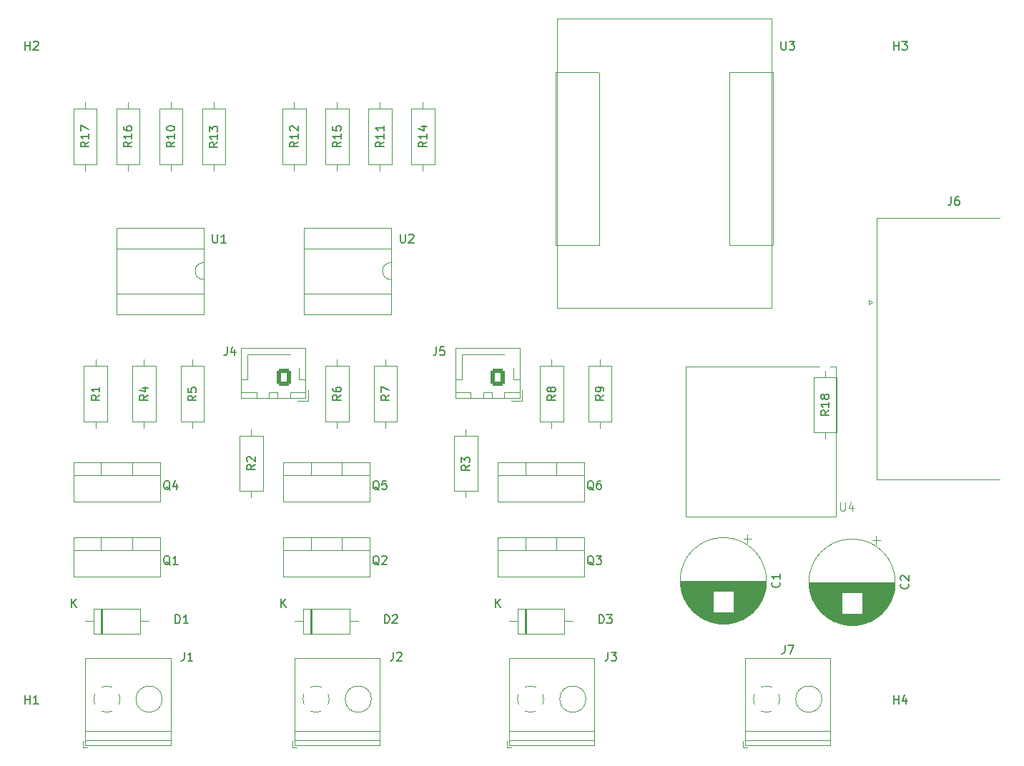
<source format=gto>
G04 #@! TF.GenerationSoftware,KiCad,Pcbnew,7.0.1*
G04 #@! TF.CreationDate,2023-03-23T12:40:00+01:00*
G04 #@! TF.ProjectId,ESP32-BMS_Ctrl,45535033-322d-4424-9d53-5f4374726c2e,rev?*
G04 #@! TF.SameCoordinates,Original*
G04 #@! TF.FileFunction,Legend,Top*
G04 #@! TF.FilePolarity,Positive*
%FSLAX46Y46*%
G04 Gerber Fmt 4.6, Leading zero omitted, Abs format (unit mm)*
G04 Created by KiCad (PCBNEW 7.0.1) date 2023-03-23 12:40:00*
%MOMM*%
%LPD*%
G01*
G04 APERTURE LIST*
G04 Aperture macros list*
%AMRoundRect*
0 Rectangle with rounded corners*
0 $1 Rounding radius*
0 $2 $3 $4 $5 $6 $7 $8 $9 X,Y pos of 4 corners*
0 Add a 4 corners polygon primitive as box body*
4,1,4,$2,$3,$4,$5,$6,$7,$8,$9,$2,$3,0*
0 Add four circle primitives for the rounded corners*
1,1,$1+$1,$2,$3*
1,1,$1+$1,$4,$5*
1,1,$1+$1,$6,$7*
1,1,$1+$1,$8,$9*
0 Add four rect primitives between the rounded corners*
20,1,$1+$1,$2,$3,$4,$5,0*
20,1,$1+$1,$4,$5,$6,$7,0*
20,1,$1+$1,$6,$7,$8,$9,0*
20,1,$1+$1,$8,$9,$2,$3,0*%
G04 Aperture macros list end*
%ADD10C,0.150000*%
%ADD11C,0.100000*%
%ADD12C,0.120000*%
%ADD13C,1.200000*%
%ADD14RoundRect,0.250000X0.600000X0.750000X-0.600000X0.750000X-0.600000X-0.750000X0.600000X-0.750000X0*%
%ADD15O,1.700000X2.000000*%
%ADD16C,1.600000*%
%ADD17O,1.600000X1.600000*%
%ADD18R,2.200000X2.200000*%
%ADD19O,2.200000X2.200000*%
%ADD20R,2.000000X2.000000*%
%ADD21C,2.000000*%
%ADD22R,1.905000X2.000000*%
%ADD23O,1.905000X2.000000*%
%ADD24R,1.600000X1.600000*%
%ADD25C,3.200000*%
%ADD26R,2.400000X2.400000*%
%ADD27C,2.400000*%
%ADD28C,4.000000*%
G04 APERTURE END LIST*
D10*
X126666666Y-83282619D02*
X126666666Y-83996904D01*
X126666666Y-83996904D02*
X126619047Y-84139761D01*
X126619047Y-84139761D02*
X126523809Y-84235000D01*
X126523809Y-84235000D02*
X126380952Y-84282619D01*
X126380952Y-84282619D02*
X126285714Y-84282619D01*
X127571428Y-83615952D02*
X127571428Y-84282619D01*
X127333333Y-83235000D02*
X127095238Y-83949285D01*
X127095238Y-83949285D02*
X127714285Y-83949285D01*
X140162619Y-58993857D02*
X139686428Y-59327190D01*
X140162619Y-59565285D02*
X139162619Y-59565285D01*
X139162619Y-59565285D02*
X139162619Y-59184333D01*
X139162619Y-59184333D02*
X139210238Y-59089095D01*
X139210238Y-59089095D02*
X139257857Y-59041476D01*
X139257857Y-59041476D02*
X139353095Y-58993857D01*
X139353095Y-58993857D02*
X139495952Y-58993857D01*
X139495952Y-58993857D02*
X139591190Y-59041476D01*
X139591190Y-59041476D02*
X139638809Y-59089095D01*
X139638809Y-59089095D02*
X139686428Y-59184333D01*
X139686428Y-59184333D02*
X139686428Y-59565285D01*
X140162619Y-58041476D02*
X140162619Y-58612904D01*
X140162619Y-58327190D02*
X139162619Y-58327190D01*
X139162619Y-58327190D02*
X139305476Y-58422428D01*
X139305476Y-58422428D02*
X139400714Y-58517666D01*
X139400714Y-58517666D02*
X139448333Y-58612904D01*
X139162619Y-57136714D02*
X139162619Y-57612904D01*
X139162619Y-57612904D02*
X139638809Y-57660523D01*
X139638809Y-57660523D02*
X139591190Y-57612904D01*
X139591190Y-57612904D02*
X139543571Y-57517666D01*
X139543571Y-57517666D02*
X139543571Y-57279571D01*
X139543571Y-57279571D02*
X139591190Y-57184333D01*
X139591190Y-57184333D02*
X139638809Y-57136714D01*
X139638809Y-57136714D02*
X139734047Y-57089095D01*
X139734047Y-57089095D02*
X139972142Y-57089095D01*
X139972142Y-57089095D02*
X140067380Y-57136714D01*
X140067380Y-57136714D02*
X140115000Y-57184333D01*
X140115000Y-57184333D02*
X140162619Y-57279571D01*
X140162619Y-57279571D02*
X140162619Y-57517666D01*
X140162619Y-57517666D02*
X140115000Y-57612904D01*
X140115000Y-57612904D02*
X140067380Y-57660523D01*
X170711905Y-116032619D02*
X170711905Y-115032619D01*
X170711905Y-115032619D02*
X170950000Y-115032619D01*
X170950000Y-115032619D02*
X171092857Y-115080238D01*
X171092857Y-115080238D02*
X171188095Y-115175476D01*
X171188095Y-115175476D02*
X171235714Y-115270714D01*
X171235714Y-115270714D02*
X171283333Y-115461190D01*
X171283333Y-115461190D02*
X171283333Y-115604047D01*
X171283333Y-115604047D02*
X171235714Y-115794523D01*
X171235714Y-115794523D02*
X171188095Y-115889761D01*
X171188095Y-115889761D02*
X171092857Y-115985000D01*
X171092857Y-115985000D02*
X170950000Y-116032619D01*
X170950000Y-116032619D02*
X170711905Y-116032619D01*
X171616667Y-115032619D02*
X172235714Y-115032619D01*
X172235714Y-115032619D02*
X171902381Y-115413571D01*
X171902381Y-115413571D02*
X172045238Y-115413571D01*
X172045238Y-115413571D02*
X172140476Y-115461190D01*
X172140476Y-115461190D02*
X172188095Y-115508809D01*
X172188095Y-115508809D02*
X172235714Y-115604047D01*
X172235714Y-115604047D02*
X172235714Y-115842142D01*
X172235714Y-115842142D02*
X172188095Y-115937380D01*
X172188095Y-115937380D02*
X172140476Y-115985000D01*
X172140476Y-115985000D02*
X172045238Y-116032619D01*
X172045238Y-116032619D02*
X171759524Y-116032619D01*
X171759524Y-116032619D02*
X171664286Y-115985000D01*
X171664286Y-115985000D02*
X171616667Y-115937380D01*
X158488095Y-114163619D02*
X158488095Y-113163619D01*
X159059523Y-114163619D02*
X158630952Y-113592190D01*
X159059523Y-113163619D02*
X158488095Y-113735047D01*
X207277380Y-111331666D02*
X207325000Y-111379285D01*
X207325000Y-111379285D02*
X207372619Y-111522142D01*
X207372619Y-111522142D02*
X207372619Y-111617380D01*
X207372619Y-111617380D02*
X207325000Y-111760237D01*
X207325000Y-111760237D02*
X207229761Y-111855475D01*
X207229761Y-111855475D02*
X207134523Y-111903094D01*
X207134523Y-111903094D02*
X206944047Y-111950713D01*
X206944047Y-111950713D02*
X206801190Y-111950713D01*
X206801190Y-111950713D02*
X206610714Y-111903094D01*
X206610714Y-111903094D02*
X206515476Y-111855475D01*
X206515476Y-111855475D02*
X206420238Y-111760237D01*
X206420238Y-111760237D02*
X206372619Y-111617380D01*
X206372619Y-111617380D02*
X206372619Y-111522142D01*
X206372619Y-111522142D02*
X206420238Y-111379285D01*
X206420238Y-111379285D02*
X206467857Y-111331666D01*
X206467857Y-110950713D02*
X206420238Y-110903094D01*
X206420238Y-110903094D02*
X206372619Y-110807856D01*
X206372619Y-110807856D02*
X206372619Y-110569761D01*
X206372619Y-110569761D02*
X206420238Y-110474523D01*
X206420238Y-110474523D02*
X206467857Y-110426904D01*
X206467857Y-110426904D02*
X206563095Y-110379285D01*
X206563095Y-110379285D02*
X206658333Y-110379285D01*
X206658333Y-110379285D02*
X206801190Y-110426904D01*
X206801190Y-110426904D02*
X207372619Y-110998332D01*
X207372619Y-110998332D02*
X207372619Y-110379285D01*
X192037380Y-111159343D02*
X192085000Y-111206962D01*
X192085000Y-111206962D02*
X192132619Y-111349819D01*
X192132619Y-111349819D02*
X192132619Y-111445057D01*
X192132619Y-111445057D02*
X192085000Y-111587914D01*
X192085000Y-111587914D02*
X191989761Y-111683152D01*
X191989761Y-111683152D02*
X191894523Y-111730771D01*
X191894523Y-111730771D02*
X191704047Y-111778390D01*
X191704047Y-111778390D02*
X191561190Y-111778390D01*
X191561190Y-111778390D02*
X191370714Y-111730771D01*
X191370714Y-111730771D02*
X191275476Y-111683152D01*
X191275476Y-111683152D02*
X191180238Y-111587914D01*
X191180238Y-111587914D02*
X191132619Y-111445057D01*
X191132619Y-111445057D02*
X191132619Y-111349819D01*
X191132619Y-111349819D02*
X191180238Y-111206962D01*
X191180238Y-111206962D02*
X191227857Y-111159343D01*
X192132619Y-110206962D02*
X192132619Y-110778390D01*
X192132619Y-110492676D02*
X191132619Y-110492676D01*
X191132619Y-110492676D02*
X191275476Y-110587914D01*
X191275476Y-110587914D02*
X191370714Y-110683152D01*
X191370714Y-110683152D02*
X191418333Y-110778390D01*
X145877619Y-88997666D02*
X145401428Y-89330999D01*
X145877619Y-89569094D02*
X144877619Y-89569094D01*
X144877619Y-89569094D02*
X144877619Y-89188142D01*
X144877619Y-89188142D02*
X144925238Y-89092904D01*
X144925238Y-89092904D02*
X144972857Y-89045285D01*
X144972857Y-89045285D02*
X145068095Y-88997666D01*
X145068095Y-88997666D02*
X145210952Y-88997666D01*
X145210952Y-88997666D02*
X145306190Y-89045285D01*
X145306190Y-89045285D02*
X145353809Y-89092904D01*
X145353809Y-89092904D02*
X145401428Y-89188142D01*
X145401428Y-89188142D02*
X145401428Y-89569094D01*
X144877619Y-88664332D02*
X144877619Y-87997666D01*
X144877619Y-87997666D02*
X145877619Y-88426237D01*
X144684761Y-109142857D02*
X144589523Y-109095238D01*
X144589523Y-109095238D02*
X144494285Y-109000000D01*
X144494285Y-109000000D02*
X144351428Y-108857142D01*
X144351428Y-108857142D02*
X144256190Y-108809523D01*
X144256190Y-108809523D02*
X144160952Y-108809523D01*
X144208571Y-109047619D02*
X144113333Y-109000000D01*
X144113333Y-109000000D02*
X144018095Y-108904761D01*
X144018095Y-108904761D02*
X143970476Y-108714285D01*
X143970476Y-108714285D02*
X143970476Y-108380952D01*
X143970476Y-108380952D02*
X144018095Y-108190476D01*
X144018095Y-108190476D02*
X144113333Y-108095238D01*
X144113333Y-108095238D02*
X144208571Y-108047619D01*
X144208571Y-108047619D02*
X144399047Y-108047619D01*
X144399047Y-108047619D02*
X144494285Y-108095238D01*
X144494285Y-108095238D02*
X144589523Y-108190476D01*
X144589523Y-108190476D02*
X144637142Y-108380952D01*
X144637142Y-108380952D02*
X144637142Y-108714285D01*
X144637142Y-108714285D02*
X144589523Y-108904761D01*
X144589523Y-108904761D02*
X144494285Y-109000000D01*
X144494285Y-109000000D02*
X144399047Y-109047619D01*
X144399047Y-109047619D02*
X144208571Y-109047619D01*
X145018095Y-108142857D02*
X145065714Y-108095238D01*
X145065714Y-108095238D02*
X145160952Y-108047619D01*
X145160952Y-108047619D02*
X145399047Y-108047619D01*
X145399047Y-108047619D02*
X145494285Y-108095238D01*
X145494285Y-108095238D02*
X145541904Y-108142857D01*
X145541904Y-108142857D02*
X145589523Y-108238095D01*
X145589523Y-108238095D02*
X145589523Y-108333333D01*
X145589523Y-108333333D02*
X145541904Y-108476190D01*
X145541904Y-108476190D02*
X144970476Y-109047619D01*
X144970476Y-109047619D02*
X145589523Y-109047619D01*
X130002619Y-97252666D02*
X129526428Y-97585999D01*
X130002619Y-97824094D02*
X129002619Y-97824094D01*
X129002619Y-97824094D02*
X129002619Y-97443142D01*
X129002619Y-97443142D02*
X129050238Y-97347904D01*
X129050238Y-97347904D02*
X129097857Y-97300285D01*
X129097857Y-97300285D02*
X129193095Y-97252666D01*
X129193095Y-97252666D02*
X129335952Y-97252666D01*
X129335952Y-97252666D02*
X129431190Y-97300285D01*
X129431190Y-97300285D02*
X129478809Y-97347904D01*
X129478809Y-97347904D02*
X129526428Y-97443142D01*
X129526428Y-97443142D02*
X129526428Y-97824094D01*
X129097857Y-96871713D02*
X129050238Y-96824094D01*
X129050238Y-96824094D02*
X129002619Y-96728856D01*
X129002619Y-96728856D02*
X129002619Y-96490761D01*
X129002619Y-96490761D02*
X129050238Y-96395523D01*
X129050238Y-96395523D02*
X129097857Y-96347904D01*
X129097857Y-96347904D02*
X129193095Y-96300285D01*
X129193095Y-96300285D02*
X129288333Y-96300285D01*
X129288333Y-96300285D02*
X129431190Y-96347904D01*
X129431190Y-96347904D02*
X130002619Y-96919332D01*
X130002619Y-96919332D02*
X130002619Y-96300285D01*
X171277619Y-88997666D02*
X170801428Y-89330999D01*
X171277619Y-89569094D02*
X170277619Y-89569094D01*
X170277619Y-89569094D02*
X170277619Y-89188142D01*
X170277619Y-89188142D02*
X170325238Y-89092904D01*
X170325238Y-89092904D02*
X170372857Y-89045285D01*
X170372857Y-89045285D02*
X170468095Y-88997666D01*
X170468095Y-88997666D02*
X170610952Y-88997666D01*
X170610952Y-88997666D02*
X170706190Y-89045285D01*
X170706190Y-89045285D02*
X170753809Y-89092904D01*
X170753809Y-89092904D02*
X170801428Y-89188142D01*
X170801428Y-89188142D02*
X170801428Y-89569094D01*
X171277619Y-88521475D02*
X171277619Y-88330999D01*
X171277619Y-88330999D02*
X171230000Y-88235761D01*
X171230000Y-88235761D02*
X171182380Y-88188142D01*
X171182380Y-88188142D02*
X171039523Y-88092904D01*
X171039523Y-88092904D02*
X170849047Y-88045285D01*
X170849047Y-88045285D02*
X170468095Y-88045285D01*
X170468095Y-88045285D02*
X170372857Y-88092904D01*
X170372857Y-88092904D02*
X170325238Y-88140523D01*
X170325238Y-88140523D02*
X170277619Y-88235761D01*
X170277619Y-88235761D02*
X170277619Y-88426237D01*
X170277619Y-88426237D02*
X170325238Y-88521475D01*
X170325238Y-88521475D02*
X170372857Y-88569094D01*
X170372857Y-88569094D02*
X170468095Y-88616713D01*
X170468095Y-88616713D02*
X170706190Y-88616713D01*
X170706190Y-88616713D02*
X170801428Y-88569094D01*
X170801428Y-88569094D02*
X170849047Y-88521475D01*
X170849047Y-88521475D02*
X170896666Y-88426237D01*
X170896666Y-88426237D02*
X170896666Y-88235761D01*
X170896666Y-88235761D02*
X170849047Y-88140523D01*
X170849047Y-88140523D02*
X170801428Y-88092904D01*
X170801428Y-88092904D02*
X170706190Y-88045285D01*
X147193095Y-69947619D02*
X147193095Y-70757142D01*
X147193095Y-70757142D02*
X147240714Y-70852380D01*
X147240714Y-70852380D02*
X147288333Y-70900000D01*
X147288333Y-70900000D02*
X147383571Y-70947619D01*
X147383571Y-70947619D02*
X147574047Y-70947619D01*
X147574047Y-70947619D02*
X147669285Y-70900000D01*
X147669285Y-70900000D02*
X147716904Y-70852380D01*
X147716904Y-70852380D02*
X147764523Y-70757142D01*
X147764523Y-70757142D02*
X147764523Y-69947619D01*
X148193095Y-70042857D02*
X148240714Y-69995238D01*
X148240714Y-69995238D02*
X148335952Y-69947619D01*
X148335952Y-69947619D02*
X148574047Y-69947619D01*
X148574047Y-69947619D02*
X148669285Y-69995238D01*
X148669285Y-69995238D02*
X148716904Y-70042857D01*
X148716904Y-70042857D02*
X148764523Y-70138095D01*
X148764523Y-70138095D02*
X148764523Y-70233333D01*
X148764523Y-70233333D02*
X148716904Y-70376190D01*
X148716904Y-70376190D02*
X148145476Y-70947619D01*
X148145476Y-70947619D02*
X148764523Y-70947619D01*
X145311905Y-116032619D02*
X145311905Y-115032619D01*
X145311905Y-115032619D02*
X145550000Y-115032619D01*
X145550000Y-115032619D02*
X145692857Y-115080238D01*
X145692857Y-115080238D02*
X145788095Y-115175476D01*
X145788095Y-115175476D02*
X145835714Y-115270714D01*
X145835714Y-115270714D02*
X145883333Y-115461190D01*
X145883333Y-115461190D02*
X145883333Y-115604047D01*
X145883333Y-115604047D02*
X145835714Y-115794523D01*
X145835714Y-115794523D02*
X145788095Y-115889761D01*
X145788095Y-115889761D02*
X145692857Y-115985000D01*
X145692857Y-115985000D02*
X145550000Y-116032619D01*
X145550000Y-116032619D02*
X145311905Y-116032619D01*
X146264286Y-115127857D02*
X146311905Y-115080238D01*
X146311905Y-115080238D02*
X146407143Y-115032619D01*
X146407143Y-115032619D02*
X146645238Y-115032619D01*
X146645238Y-115032619D02*
X146740476Y-115080238D01*
X146740476Y-115080238D02*
X146788095Y-115127857D01*
X146788095Y-115127857D02*
X146835714Y-115223095D01*
X146835714Y-115223095D02*
X146835714Y-115318333D01*
X146835714Y-115318333D02*
X146788095Y-115461190D01*
X146788095Y-115461190D02*
X146216667Y-116032619D01*
X146216667Y-116032619D02*
X146835714Y-116032619D01*
X133088095Y-114163619D02*
X133088095Y-113163619D01*
X133659523Y-114163619D02*
X133230952Y-113592190D01*
X133659523Y-113163619D02*
X133088095Y-113735047D01*
X155402619Y-97321666D02*
X154926428Y-97654999D01*
X155402619Y-97893094D02*
X154402619Y-97893094D01*
X154402619Y-97893094D02*
X154402619Y-97512142D01*
X154402619Y-97512142D02*
X154450238Y-97416904D01*
X154450238Y-97416904D02*
X154497857Y-97369285D01*
X154497857Y-97369285D02*
X154593095Y-97321666D01*
X154593095Y-97321666D02*
X154735952Y-97321666D01*
X154735952Y-97321666D02*
X154831190Y-97369285D01*
X154831190Y-97369285D02*
X154878809Y-97416904D01*
X154878809Y-97416904D02*
X154926428Y-97512142D01*
X154926428Y-97512142D02*
X154926428Y-97893094D01*
X154402619Y-96988332D02*
X154402619Y-96369285D01*
X154402619Y-96369285D02*
X154783571Y-96702618D01*
X154783571Y-96702618D02*
X154783571Y-96559761D01*
X154783571Y-96559761D02*
X154831190Y-96464523D01*
X154831190Y-96464523D02*
X154878809Y-96416904D01*
X154878809Y-96416904D02*
X154974047Y-96369285D01*
X154974047Y-96369285D02*
X155212142Y-96369285D01*
X155212142Y-96369285D02*
X155307380Y-96416904D01*
X155307380Y-96416904D02*
X155355000Y-96464523D01*
X155355000Y-96464523D02*
X155402619Y-96559761D01*
X155402619Y-96559761D02*
X155402619Y-96845475D01*
X155402619Y-96845475D02*
X155355000Y-96940713D01*
X155355000Y-96940713D02*
X155307380Y-96988332D01*
X205613095Y-125557619D02*
X205613095Y-124557619D01*
X205613095Y-125033809D02*
X206184523Y-125033809D01*
X206184523Y-125557619D02*
X206184523Y-124557619D01*
X207089285Y-124890952D02*
X207089285Y-125557619D01*
X206851190Y-124510000D02*
X206613095Y-125224285D01*
X206613095Y-125224285D02*
X207232142Y-125224285D01*
X151431666Y-83282619D02*
X151431666Y-83996904D01*
X151431666Y-83996904D02*
X151384047Y-84139761D01*
X151384047Y-84139761D02*
X151288809Y-84235000D01*
X151288809Y-84235000D02*
X151145952Y-84282619D01*
X151145952Y-84282619D02*
X151050714Y-84282619D01*
X152384047Y-83282619D02*
X151907857Y-83282619D01*
X151907857Y-83282619D02*
X151860238Y-83758809D01*
X151860238Y-83758809D02*
X151907857Y-83711190D01*
X151907857Y-83711190D02*
X152003095Y-83663571D01*
X152003095Y-83663571D02*
X152241190Y-83663571D01*
X152241190Y-83663571D02*
X152336428Y-83711190D01*
X152336428Y-83711190D02*
X152384047Y-83758809D01*
X152384047Y-83758809D02*
X152431666Y-83854047D01*
X152431666Y-83854047D02*
X152431666Y-84092142D01*
X152431666Y-84092142D02*
X152384047Y-84187380D01*
X152384047Y-84187380D02*
X152336428Y-84235000D01*
X152336428Y-84235000D02*
X152241190Y-84282619D01*
X152241190Y-84282619D02*
X152003095Y-84282619D01*
X152003095Y-84282619D02*
X151907857Y-84235000D01*
X151907857Y-84235000D02*
X151860238Y-84187380D01*
X140162619Y-88997666D02*
X139686428Y-89330999D01*
X140162619Y-89569094D02*
X139162619Y-89569094D01*
X139162619Y-89569094D02*
X139162619Y-89188142D01*
X139162619Y-89188142D02*
X139210238Y-89092904D01*
X139210238Y-89092904D02*
X139257857Y-89045285D01*
X139257857Y-89045285D02*
X139353095Y-88997666D01*
X139353095Y-88997666D02*
X139495952Y-88997666D01*
X139495952Y-88997666D02*
X139591190Y-89045285D01*
X139591190Y-89045285D02*
X139638809Y-89092904D01*
X139638809Y-89092904D02*
X139686428Y-89188142D01*
X139686428Y-89188142D02*
X139686428Y-89569094D01*
X139162619Y-88140523D02*
X139162619Y-88330999D01*
X139162619Y-88330999D02*
X139210238Y-88426237D01*
X139210238Y-88426237D02*
X139257857Y-88473856D01*
X139257857Y-88473856D02*
X139400714Y-88569094D01*
X139400714Y-88569094D02*
X139591190Y-88616713D01*
X139591190Y-88616713D02*
X139972142Y-88616713D01*
X139972142Y-88616713D02*
X140067380Y-88569094D01*
X140067380Y-88569094D02*
X140115000Y-88521475D01*
X140115000Y-88521475D02*
X140162619Y-88426237D01*
X140162619Y-88426237D02*
X140162619Y-88235761D01*
X140162619Y-88235761D02*
X140115000Y-88140523D01*
X140115000Y-88140523D02*
X140067380Y-88092904D01*
X140067380Y-88092904D02*
X139972142Y-88045285D01*
X139972142Y-88045285D02*
X139734047Y-88045285D01*
X139734047Y-88045285D02*
X139638809Y-88092904D01*
X139638809Y-88092904D02*
X139591190Y-88140523D01*
X139591190Y-88140523D02*
X139543571Y-88235761D01*
X139543571Y-88235761D02*
X139543571Y-88426237D01*
X139543571Y-88426237D02*
X139591190Y-88521475D01*
X139591190Y-88521475D02*
X139638809Y-88569094D01*
X139638809Y-88569094D02*
X139734047Y-88616713D01*
X144684761Y-100252857D02*
X144589523Y-100205238D01*
X144589523Y-100205238D02*
X144494285Y-100110000D01*
X144494285Y-100110000D02*
X144351428Y-99967142D01*
X144351428Y-99967142D02*
X144256190Y-99919523D01*
X144256190Y-99919523D02*
X144160952Y-99919523D01*
X144208571Y-100157619D02*
X144113333Y-100110000D01*
X144113333Y-100110000D02*
X144018095Y-100014761D01*
X144018095Y-100014761D02*
X143970476Y-99824285D01*
X143970476Y-99824285D02*
X143970476Y-99490952D01*
X143970476Y-99490952D02*
X144018095Y-99300476D01*
X144018095Y-99300476D02*
X144113333Y-99205238D01*
X144113333Y-99205238D02*
X144208571Y-99157619D01*
X144208571Y-99157619D02*
X144399047Y-99157619D01*
X144399047Y-99157619D02*
X144494285Y-99205238D01*
X144494285Y-99205238D02*
X144589523Y-99300476D01*
X144589523Y-99300476D02*
X144637142Y-99490952D01*
X144637142Y-99490952D02*
X144637142Y-99824285D01*
X144637142Y-99824285D02*
X144589523Y-100014761D01*
X144589523Y-100014761D02*
X144494285Y-100110000D01*
X144494285Y-100110000D02*
X144399047Y-100157619D01*
X144399047Y-100157619D02*
X144208571Y-100157619D01*
X145541904Y-99157619D02*
X145065714Y-99157619D01*
X145065714Y-99157619D02*
X145018095Y-99633809D01*
X145018095Y-99633809D02*
X145065714Y-99586190D01*
X145065714Y-99586190D02*
X145160952Y-99538571D01*
X145160952Y-99538571D02*
X145399047Y-99538571D01*
X145399047Y-99538571D02*
X145494285Y-99586190D01*
X145494285Y-99586190D02*
X145541904Y-99633809D01*
X145541904Y-99633809D02*
X145589523Y-99729047D01*
X145589523Y-99729047D02*
X145589523Y-99967142D01*
X145589523Y-99967142D02*
X145541904Y-100062380D01*
X145541904Y-100062380D02*
X145494285Y-100110000D01*
X145494285Y-100110000D02*
X145399047Y-100157619D01*
X145399047Y-100157619D02*
X145160952Y-100157619D01*
X145160952Y-100157619D02*
X145065714Y-100110000D01*
X145065714Y-100110000D02*
X145018095Y-100062380D01*
X125557619Y-59062857D02*
X125081428Y-59396190D01*
X125557619Y-59634285D02*
X124557619Y-59634285D01*
X124557619Y-59634285D02*
X124557619Y-59253333D01*
X124557619Y-59253333D02*
X124605238Y-59158095D01*
X124605238Y-59158095D02*
X124652857Y-59110476D01*
X124652857Y-59110476D02*
X124748095Y-59062857D01*
X124748095Y-59062857D02*
X124890952Y-59062857D01*
X124890952Y-59062857D02*
X124986190Y-59110476D01*
X124986190Y-59110476D02*
X125033809Y-59158095D01*
X125033809Y-59158095D02*
X125081428Y-59253333D01*
X125081428Y-59253333D02*
X125081428Y-59634285D01*
X125557619Y-58110476D02*
X125557619Y-58681904D01*
X125557619Y-58396190D02*
X124557619Y-58396190D01*
X124557619Y-58396190D02*
X124700476Y-58491428D01*
X124700476Y-58491428D02*
X124795714Y-58586666D01*
X124795714Y-58586666D02*
X124843333Y-58681904D01*
X124557619Y-57777142D02*
X124557619Y-57158095D01*
X124557619Y-57158095D02*
X124938571Y-57491428D01*
X124938571Y-57491428D02*
X124938571Y-57348571D01*
X124938571Y-57348571D02*
X124986190Y-57253333D01*
X124986190Y-57253333D02*
X125033809Y-57205714D01*
X125033809Y-57205714D02*
X125129047Y-57158095D01*
X125129047Y-57158095D02*
X125367142Y-57158095D01*
X125367142Y-57158095D02*
X125462380Y-57205714D01*
X125462380Y-57205714D02*
X125510000Y-57253333D01*
X125510000Y-57253333D02*
X125557619Y-57348571D01*
X125557619Y-57348571D02*
X125557619Y-57634285D01*
X125557619Y-57634285D02*
X125510000Y-57729523D01*
X125510000Y-57729523D02*
X125462380Y-57777142D01*
X102743095Y-48087619D02*
X102743095Y-47087619D01*
X102743095Y-47563809D02*
X103314523Y-47563809D01*
X103314523Y-48087619D02*
X103314523Y-47087619D01*
X103743095Y-47182857D02*
X103790714Y-47135238D01*
X103790714Y-47135238D02*
X103885952Y-47087619D01*
X103885952Y-47087619D02*
X104124047Y-47087619D01*
X104124047Y-47087619D02*
X104219285Y-47135238D01*
X104219285Y-47135238D02*
X104266904Y-47182857D01*
X104266904Y-47182857D02*
X104314523Y-47278095D01*
X104314523Y-47278095D02*
X104314523Y-47373333D01*
X104314523Y-47373333D02*
X104266904Y-47516190D01*
X104266904Y-47516190D02*
X103695476Y-48087619D01*
X103695476Y-48087619D02*
X104314523Y-48087619D01*
X150322619Y-58993857D02*
X149846428Y-59327190D01*
X150322619Y-59565285D02*
X149322619Y-59565285D01*
X149322619Y-59565285D02*
X149322619Y-59184333D01*
X149322619Y-59184333D02*
X149370238Y-59089095D01*
X149370238Y-59089095D02*
X149417857Y-59041476D01*
X149417857Y-59041476D02*
X149513095Y-58993857D01*
X149513095Y-58993857D02*
X149655952Y-58993857D01*
X149655952Y-58993857D02*
X149751190Y-59041476D01*
X149751190Y-59041476D02*
X149798809Y-59089095D01*
X149798809Y-59089095D02*
X149846428Y-59184333D01*
X149846428Y-59184333D02*
X149846428Y-59565285D01*
X150322619Y-58041476D02*
X150322619Y-58612904D01*
X150322619Y-58327190D02*
X149322619Y-58327190D01*
X149322619Y-58327190D02*
X149465476Y-58422428D01*
X149465476Y-58422428D02*
X149560714Y-58517666D01*
X149560714Y-58517666D02*
X149608333Y-58612904D01*
X149655952Y-57184333D02*
X150322619Y-57184333D01*
X149275000Y-57422428D02*
X149989285Y-57660523D01*
X149989285Y-57660523D02*
X149989285Y-57041476D01*
X119919761Y-109142857D02*
X119824523Y-109095238D01*
X119824523Y-109095238D02*
X119729285Y-109000000D01*
X119729285Y-109000000D02*
X119586428Y-108857142D01*
X119586428Y-108857142D02*
X119491190Y-108809523D01*
X119491190Y-108809523D02*
X119395952Y-108809523D01*
X119443571Y-109047619D02*
X119348333Y-109000000D01*
X119348333Y-109000000D02*
X119253095Y-108904761D01*
X119253095Y-108904761D02*
X119205476Y-108714285D01*
X119205476Y-108714285D02*
X119205476Y-108380952D01*
X119205476Y-108380952D02*
X119253095Y-108190476D01*
X119253095Y-108190476D02*
X119348333Y-108095238D01*
X119348333Y-108095238D02*
X119443571Y-108047619D01*
X119443571Y-108047619D02*
X119634047Y-108047619D01*
X119634047Y-108047619D02*
X119729285Y-108095238D01*
X119729285Y-108095238D02*
X119824523Y-108190476D01*
X119824523Y-108190476D02*
X119872142Y-108380952D01*
X119872142Y-108380952D02*
X119872142Y-108714285D01*
X119872142Y-108714285D02*
X119824523Y-108904761D01*
X119824523Y-108904761D02*
X119729285Y-109000000D01*
X119729285Y-109000000D02*
X119634047Y-109047619D01*
X119634047Y-109047619D02*
X119443571Y-109047619D01*
X120824523Y-109047619D02*
X120253095Y-109047619D01*
X120538809Y-109047619D02*
X120538809Y-108047619D01*
X120538809Y-108047619D02*
X120443571Y-108190476D01*
X120443571Y-108190476D02*
X120348333Y-108285714D01*
X120348333Y-108285714D02*
X120253095Y-108333333D01*
X135082619Y-58993857D02*
X134606428Y-59327190D01*
X135082619Y-59565285D02*
X134082619Y-59565285D01*
X134082619Y-59565285D02*
X134082619Y-59184333D01*
X134082619Y-59184333D02*
X134130238Y-59089095D01*
X134130238Y-59089095D02*
X134177857Y-59041476D01*
X134177857Y-59041476D02*
X134273095Y-58993857D01*
X134273095Y-58993857D02*
X134415952Y-58993857D01*
X134415952Y-58993857D02*
X134511190Y-59041476D01*
X134511190Y-59041476D02*
X134558809Y-59089095D01*
X134558809Y-59089095D02*
X134606428Y-59184333D01*
X134606428Y-59184333D02*
X134606428Y-59565285D01*
X135082619Y-58041476D02*
X135082619Y-58612904D01*
X135082619Y-58327190D02*
X134082619Y-58327190D01*
X134082619Y-58327190D02*
X134225476Y-58422428D01*
X134225476Y-58422428D02*
X134320714Y-58517666D01*
X134320714Y-58517666D02*
X134368333Y-58612904D01*
X134177857Y-57660523D02*
X134130238Y-57612904D01*
X134130238Y-57612904D02*
X134082619Y-57517666D01*
X134082619Y-57517666D02*
X134082619Y-57279571D01*
X134082619Y-57279571D02*
X134130238Y-57184333D01*
X134130238Y-57184333D02*
X134177857Y-57136714D01*
X134177857Y-57136714D02*
X134273095Y-57089095D01*
X134273095Y-57089095D02*
X134368333Y-57089095D01*
X134368333Y-57089095D02*
X134511190Y-57136714D01*
X134511190Y-57136714D02*
X135082619Y-57708142D01*
X135082619Y-57708142D02*
X135082619Y-57089095D01*
X121586666Y-119477619D02*
X121586666Y-120191904D01*
X121586666Y-120191904D02*
X121539047Y-120334761D01*
X121539047Y-120334761D02*
X121443809Y-120430000D01*
X121443809Y-120430000D02*
X121300952Y-120477619D01*
X121300952Y-120477619D02*
X121205714Y-120477619D01*
X122586666Y-120477619D02*
X122015238Y-120477619D01*
X122300952Y-120477619D02*
X122300952Y-119477619D01*
X122300952Y-119477619D02*
X122205714Y-119620476D01*
X122205714Y-119620476D02*
X122110476Y-119715714D01*
X122110476Y-119715714D02*
X122015238Y-119763333D01*
X197947619Y-90812857D02*
X197471428Y-91146190D01*
X197947619Y-91384285D02*
X196947619Y-91384285D01*
X196947619Y-91384285D02*
X196947619Y-91003333D01*
X196947619Y-91003333D02*
X196995238Y-90908095D01*
X196995238Y-90908095D02*
X197042857Y-90860476D01*
X197042857Y-90860476D02*
X197138095Y-90812857D01*
X197138095Y-90812857D02*
X197280952Y-90812857D01*
X197280952Y-90812857D02*
X197376190Y-90860476D01*
X197376190Y-90860476D02*
X197423809Y-90908095D01*
X197423809Y-90908095D02*
X197471428Y-91003333D01*
X197471428Y-91003333D02*
X197471428Y-91384285D01*
X197947619Y-89860476D02*
X197947619Y-90431904D01*
X197947619Y-90146190D02*
X196947619Y-90146190D01*
X196947619Y-90146190D02*
X197090476Y-90241428D01*
X197090476Y-90241428D02*
X197185714Y-90336666D01*
X197185714Y-90336666D02*
X197233333Y-90431904D01*
X197376190Y-89289047D02*
X197328571Y-89384285D01*
X197328571Y-89384285D02*
X197280952Y-89431904D01*
X197280952Y-89431904D02*
X197185714Y-89479523D01*
X197185714Y-89479523D02*
X197138095Y-89479523D01*
X197138095Y-89479523D02*
X197042857Y-89431904D01*
X197042857Y-89431904D02*
X196995238Y-89384285D01*
X196995238Y-89384285D02*
X196947619Y-89289047D01*
X196947619Y-89289047D02*
X196947619Y-89098571D01*
X196947619Y-89098571D02*
X196995238Y-89003333D01*
X196995238Y-89003333D02*
X197042857Y-88955714D01*
X197042857Y-88955714D02*
X197138095Y-88908095D01*
X197138095Y-88908095D02*
X197185714Y-88908095D01*
X197185714Y-88908095D02*
X197280952Y-88955714D01*
X197280952Y-88955714D02*
X197328571Y-89003333D01*
X197328571Y-89003333D02*
X197376190Y-89098571D01*
X197376190Y-89098571D02*
X197376190Y-89289047D01*
X197376190Y-89289047D02*
X197423809Y-89384285D01*
X197423809Y-89384285D02*
X197471428Y-89431904D01*
X197471428Y-89431904D02*
X197566666Y-89479523D01*
X197566666Y-89479523D02*
X197757142Y-89479523D01*
X197757142Y-89479523D02*
X197852380Y-89431904D01*
X197852380Y-89431904D02*
X197900000Y-89384285D01*
X197900000Y-89384285D02*
X197947619Y-89289047D01*
X197947619Y-89289047D02*
X197947619Y-89098571D01*
X197947619Y-89098571D02*
X197900000Y-89003333D01*
X197900000Y-89003333D02*
X197852380Y-88955714D01*
X197852380Y-88955714D02*
X197757142Y-88908095D01*
X197757142Y-88908095D02*
X197566666Y-88908095D01*
X197566666Y-88908095D02*
X197471428Y-88955714D01*
X197471428Y-88955714D02*
X197423809Y-89003333D01*
X197423809Y-89003333D02*
X197376190Y-89098571D01*
X170084761Y-109142857D02*
X169989523Y-109095238D01*
X169989523Y-109095238D02*
X169894285Y-109000000D01*
X169894285Y-109000000D02*
X169751428Y-108857142D01*
X169751428Y-108857142D02*
X169656190Y-108809523D01*
X169656190Y-108809523D02*
X169560952Y-108809523D01*
X169608571Y-109047619D02*
X169513333Y-109000000D01*
X169513333Y-109000000D02*
X169418095Y-108904761D01*
X169418095Y-108904761D02*
X169370476Y-108714285D01*
X169370476Y-108714285D02*
X169370476Y-108380952D01*
X169370476Y-108380952D02*
X169418095Y-108190476D01*
X169418095Y-108190476D02*
X169513333Y-108095238D01*
X169513333Y-108095238D02*
X169608571Y-108047619D01*
X169608571Y-108047619D02*
X169799047Y-108047619D01*
X169799047Y-108047619D02*
X169894285Y-108095238D01*
X169894285Y-108095238D02*
X169989523Y-108190476D01*
X169989523Y-108190476D02*
X170037142Y-108380952D01*
X170037142Y-108380952D02*
X170037142Y-108714285D01*
X170037142Y-108714285D02*
X169989523Y-108904761D01*
X169989523Y-108904761D02*
X169894285Y-109000000D01*
X169894285Y-109000000D02*
X169799047Y-109047619D01*
X169799047Y-109047619D02*
X169608571Y-109047619D01*
X170370476Y-108047619D02*
X170989523Y-108047619D01*
X170989523Y-108047619D02*
X170656190Y-108428571D01*
X170656190Y-108428571D02*
X170799047Y-108428571D01*
X170799047Y-108428571D02*
X170894285Y-108476190D01*
X170894285Y-108476190D02*
X170941904Y-108523809D01*
X170941904Y-108523809D02*
X170989523Y-108619047D01*
X170989523Y-108619047D02*
X170989523Y-108857142D01*
X170989523Y-108857142D02*
X170941904Y-108952380D01*
X170941904Y-108952380D02*
X170894285Y-109000000D01*
X170894285Y-109000000D02*
X170799047Y-109047619D01*
X170799047Y-109047619D02*
X170513333Y-109047619D01*
X170513333Y-109047619D02*
X170418095Y-109000000D01*
X170418095Y-109000000D02*
X170370476Y-108952380D01*
X119919761Y-100252857D02*
X119824523Y-100205238D01*
X119824523Y-100205238D02*
X119729285Y-100110000D01*
X119729285Y-100110000D02*
X119586428Y-99967142D01*
X119586428Y-99967142D02*
X119491190Y-99919523D01*
X119491190Y-99919523D02*
X119395952Y-99919523D01*
X119443571Y-100157619D02*
X119348333Y-100110000D01*
X119348333Y-100110000D02*
X119253095Y-100014761D01*
X119253095Y-100014761D02*
X119205476Y-99824285D01*
X119205476Y-99824285D02*
X119205476Y-99490952D01*
X119205476Y-99490952D02*
X119253095Y-99300476D01*
X119253095Y-99300476D02*
X119348333Y-99205238D01*
X119348333Y-99205238D02*
X119443571Y-99157619D01*
X119443571Y-99157619D02*
X119634047Y-99157619D01*
X119634047Y-99157619D02*
X119729285Y-99205238D01*
X119729285Y-99205238D02*
X119824523Y-99300476D01*
X119824523Y-99300476D02*
X119872142Y-99490952D01*
X119872142Y-99490952D02*
X119872142Y-99824285D01*
X119872142Y-99824285D02*
X119824523Y-100014761D01*
X119824523Y-100014761D02*
X119729285Y-100110000D01*
X119729285Y-100110000D02*
X119634047Y-100157619D01*
X119634047Y-100157619D02*
X119443571Y-100157619D01*
X120729285Y-99490952D02*
X120729285Y-100157619D01*
X120491190Y-99110000D02*
X120253095Y-99824285D01*
X120253095Y-99824285D02*
X120872142Y-99824285D01*
X102743095Y-125557619D02*
X102743095Y-124557619D01*
X102743095Y-125033809D02*
X103314523Y-125033809D01*
X103314523Y-125557619D02*
X103314523Y-124557619D01*
X104314523Y-125557619D02*
X103743095Y-125557619D01*
X104028809Y-125557619D02*
X104028809Y-124557619D01*
X104028809Y-124557619D02*
X103933571Y-124700476D01*
X103933571Y-124700476D02*
X103838333Y-124795714D01*
X103838333Y-124795714D02*
X103743095Y-124843333D01*
X110317619Y-58993857D02*
X109841428Y-59327190D01*
X110317619Y-59565285D02*
X109317619Y-59565285D01*
X109317619Y-59565285D02*
X109317619Y-59184333D01*
X109317619Y-59184333D02*
X109365238Y-59089095D01*
X109365238Y-59089095D02*
X109412857Y-59041476D01*
X109412857Y-59041476D02*
X109508095Y-58993857D01*
X109508095Y-58993857D02*
X109650952Y-58993857D01*
X109650952Y-58993857D02*
X109746190Y-59041476D01*
X109746190Y-59041476D02*
X109793809Y-59089095D01*
X109793809Y-59089095D02*
X109841428Y-59184333D01*
X109841428Y-59184333D02*
X109841428Y-59565285D01*
X110317619Y-58041476D02*
X110317619Y-58612904D01*
X110317619Y-58327190D02*
X109317619Y-58327190D01*
X109317619Y-58327190D02*
X109460476Y-58422428D01*
X109460476Y-58422428D02*
X109555714Y-58517666D01*
X109555714Y-58517666D02*
X109603333Y-58612904D01*
X109317619Y-57708142D02*
X109317619Y-57041476D01*
X109317619Y-57041476D02*
X110317619Y-57470047D01*
X205613095Y-48087619D02*
X205613095Y-47087619D01*
X205613095Y-47563809D02*
X206184523Y-47563809D01*
X206184523Y-48087619D02*
X206184523Y-47087619D01*
X206565476Y-47087619D02*
X207184523Y-47087619D01*
X207184523Y-47087619D02*
X206851190Y-47468571D01*
X206851190Y-47468571D02*
X206994047Y-47468571D01*
X206994047Y-47468571D02*
X207089285Y-47516190D01*
X207089285Y-47516190D02*
X207136904Y-47563809D01*
X207136904Y-47563809D02*
X207184523Y-47659047D01*
X207184523Y-47659047D02*
X207184523Y-47897142D01*
X207184523Y-47897142D02*
X207136904Y-47992380D01*
X207136904Y-47992380D02*
X207089285Y-48040000D01*
X207089285Y-48040000D02*
X206994047Y-48087619D01*
X206994047Y-48087619D02*
X206708333Y-48087619D01*
X206708333Y-48087619D02*
X206613095Y-48040000D01*
X206613095Y-48040000D02*
X206565476Y-47992380D01*
X212391666Y-65502619D02*
X212391666Y-66216904D01*
X212391666Y-66216904D02*
X212344047Y-66359761D01*
X212344047Y-66359761D02*
X212248809Y-66455000D01*
X212248809Y-66455000D02*
X212105952Y-66502619D01*
X212105952Y-66502619D02*
X212010714Y-66502619D01*
X213296428Y-65502619D02*
X213105952Y-65502619D01*
X213105952Y-65502619D02*
X213010714Y-65550238D01*
X213010714Y-65550238D02*
X212963095Y-65597857D01*
X212963095Y-65597857D02*
X212867857Y-65740714D01*
X212867857Y-65740714D02*
X212820238Y-65931190D01*
X212820238Y-65931190D02*
X212820238Y-66312142D01*
X212820238Y-66312142D02*
X212867857Y-66407380D01*
X212867857Y-66407380D02*
X212915476Y-66455000D01*
X212915476Y-66455000D02*
X213010714Y-66502619D01*
X213010714Y-66502619D02*
X213201190Y-66502619D01*
X213201190Y-66502619D02*
X213296428Y-66455000D01*
X213296428Y-66455000D02*
X213344047Y-66407380D01*
X213344047Y-66407380D02*
X213391666Y-66312142D01*
X213391666Y-66312142D02*
X213391666Y-66074047D01*
X213391666Y-66074047D02*
X213344047Y-65978809D01*
X213344047Y-65978809D02*
X213296428Y-65931190D01*
X213296428Y-65931190D02*
X213201190Y-65883571D01*
X213201190Y-65883571D02*
X213010714Y-65883571D01*
X213010714Y-65883571D02*
X212915476Y-65931190D01*
X212915476Y-65931190D02*
X212867857Y-65978809D01*
X212867857Y-65978809D02*
X212820238Y-66074047D01*
X171751666Y-119477619D02*
X171751666Y-120191904D01*
X171751666Y-120191904D02*
X171704047Y-120334761D01*
X171704047Y-120334761D02*
X171608809Y-120430000D01*
X171608809Y-120430000D02*
X171465952Y-120477619D01*
X171465952Y-120477619D02*
X171370714Y-120477619D01*
X172132619Y-119477619D02*
X172751666Y-119477619D01*
X172751666Y-119477619D02*
X172418333Y-119858571D01*
X172418333Y-119858571D02*
X172561190Y-119858571D01*
X172561190Y-119858571D02*
X172656428Y-119906190D01*
X172656428Y-119906190D02*
X172704047Y-119953809D01*
X172704047Y-119953809D02*
X172751666Y-120049047D01*
X172751666Y-120049047D02*
X172751666Y-120287142D01*
X172751666Y-120287142D02*
X172704047Y-120382380D01*
X172704047Y-120382380D02*
X172656428Y-120430000D01*
X172656428Y-120430000D02*
X172561190Y-120477619D01*
X172561190Y-120477619D02*
X172275476Y-120477619D01*
X172275476Y-120477619D02*
X172180238Y-120430000D01*
X172180238Y-120430000D02*
X172132619Y-120382380D01*
X192706666Y-118628619D02*
X192706666Y-119342904D01*
X192706666Y-119342904D02*
X192659047Y-119485761D01*
X192659047Y-119485761D02*
X192563809Y-119581000D01*
X192563809Y-119581000D02*
X192420952Y-119628619D01*
X192420952Y-119628619D02*
X192325714Y-119628619D01*
X193087619Y-118628619D02*
X193754285Y-118628619D01*
X193754285Y-118628619D02*
X193325714Y-119628619D01*
X120546905Y-116032619D02*
X120546905Y-115032619D01*
X120546905Y-115032619D02*
X120785000Y-115032619D01*
X120785000Y-115032619D02*
X120927857Y-115080238D01*
X120927857Y-115080238D02*
X121023095Y-115175476D01*
X121023095Y-115175476D02*
X121070714Y-115270714D01*
X121070714Y-115270714D02*
X121118333Y-115461190D01*
X121118333Y-115461190D02*
X121118333Y-115604047D01*
X121118333Y-115604047D02*
X121070714Y-115794523D01*
X121070714Y-115794523D02*
X121023095Y-115889761D01*
X121023095Y-115889761D02*
X120927857Y-115985000D01*
X120927857Y-115985000D02*
X120785000Y-116032619D01*
X120785000Y-116032619D02*
X120546905Y-116032619D01*
X122070714Y-116032619D02*
X121499286Y-116032619D01*
X121785000Y-116032619D02*
X121785000Y-115032619D01*
X121785000Y-115032619D02*
X121689762Y-115175476D01*
X121689762Y-115175476D02*
X121594524Y-115270714D01*
X121594524Y-115270714D02*
X121499286Y-115318333D01*
X108283095Y-114163619D02*
X108283095Y-113163619D01*
X108854523Y-114163619D02*
X108425952Y-113592190D01*
X108854523Y-113163619D02*
X108283095Y-113735047D01*
X170084761Y-100252857D02*
X169989523Y-100205238D01*
X169989523Y-100205238D02*
X169894285Y-100110000D01*
X169894285Y-100110000D02*
X169751428Y-99967142D01*
X169751428Y-99967142D02*
X169656190Y-99919523D01*
X169656190Y-99919523D02*
X169560952Y-99919523D01*
X169608571Y-100157619D02*
X169513333Y-100110000D01*
X169513333Y-100110000D02*
X169418095Y-100014761D01*
X169418095Y-100014761D02*
X169370476Y-99824285D01*
X169370476Y-99824285D02*
X169370476Y-99490952D01*
X169370476Y-99490952D02*
X169418095Y-99300476D01*
X169418095Y-99300476D02*
X169513333Y-99205238D01*
X169513333Y-99205238D02*
X169608571Y-99157619D01*
X169608571Y-99157619D02*
X169799047Y-99157619D01*
X169799047Y-99157619D02*
X169894285Y-99205238D01*
X169894285Y-99205238D02*
X169989523Y-99300476D01*
X169989523Y-99300476D02*
X170037142Y-99490952D01*
X170037142Y-99490952D02*
X170037142Y-99824285D01*
X170037142Y-99824285D02*
X169989523Y-100014761D01*
X169989523Y-100014761D02*
X169894285Y-100110000D01*
X169894285Y-100110000D02*
X169799047Y-100157619D01*
X169799047Y-100157619D02*
X169608571Y-100157619D01*
X170894285Y-99157619D02*
X170703809Y-99157619D01*
X170703809Y-99157619D02*
X170608571Y-99205238D01*
X170608571Y-99205238D02*
X170560952Y-99252857D01*
X170560952Y-99252857D02*
X170465714Y-99395714D01*
X170465714Y-99395714D02*
X170418095Y-99586190D01*
X170418095Y-99586190D02*
X170418095Y-99967142D01*
X170418095Y-99967142D02*
X170465714Y-100062380D01*
X170465714Y-100062380D02*
X170513333Y-100110000D01*
X170513333Y-100110000D02*
X170608571Y-100157619D01*
X170608571Y-100157619D02*
X170799047Y-100157619D01*
X170799047Y-100157619D02*
X170894285Y-100110000D01*
X170894285Y-100110000D02*
X170941904Y-100062380D01*
X170941904Y-100062380D02*
X170989523Y-99967142D01*
X170989523Y-99967142D02*
X170989523Y-99729047D01*
X170989523Y-99729047D02*
X170941904Y-99633809D01*
X170941904Y-99633809D02*
X170894285Y-99586190D01*
X170894285Y-99586190D02*
X170799047Y-99538571D01*
X170799047Y-99538571D02*
X170608571Y-99538571D01*
X170608571Y-99538571D02*
X170513333Y-99586190D01*
X170513333Y-99586190D02*
X170465714Y-99633809D01*
X170465714Y-99633809D02*
X170418095Y-99729047D01*
D11*
X199263095Y-101697619D02*
X199263095Y-102507142D01*
X199263095Y-102507142D02*
X199310714Y-102602380D01*
X199310714Y-102602380D02*
X199358333Y-102650000D01*
X199358333Y-102650000D02*
X199453571Y-102697619D01*
X199453571Y-102697619D02*
X199644047Y-102697619D01*
X199644047Y-102697619D02*
X199739285Y-102650000D01*
X199739285Y-102650000D02*
X199786904Y-102602380D01*
X199786904Y-102602380D02*
X199834523Y-102507142D01*
X199834523Y-102507142D02*
X199834523Y-101697619D01*
X200739285Y-102030952D02*
X200739285Y-102697619D01*
X200501190Y-101650000D02*
X200263095Y-102364285D01*
X200263095Y-102364285D02*
X200882142Y-102364285D01*
D10*
X123017619Y-89066666D02*
X122541428Y-89399999D01*
X123017619Y-89638094D02*
X122017619Y-89638094D01*
X122017619Y-89638094D02*
X122017619Y-89257142D01*
X122017619Y-89257142D02*
X122065238Y-89161904D01*
X122065238Y-89161904D02*
X122112857Y-89114285D01*
X122112857Y-89114285D02*
X122208095Y-89066666D01*
X122208095Y-89066666D02*
X122350952Y-89066666D01*
X122350952Y-89066666D02*
X122446190Y-89114285D01*
X122446190Y-89114285D02*
X122493809Y-89161904D01*
X122493809Y-89161904D02*
X122541428Y-89257142D01*
X122541428Y-89257142D02*
X122541428Y-89638094D01*
X122017619Y-88161904D02*
X122017619Y-88638094D01*
X122017619Y-88638094D02*
X122493809Y-88685713D01*
X122493809Y-88685713D02*
X122446190Y-88638094D01*
X122446190Y-88638094D02*
X122398571Y-88542856D01*
X122398571Y-88542856D02*
X122398571Y-88304761D01*
X122398571Y-88304761D02*
X122446190Y-88209523D01*
X122446190Y-88209523D02*
X122493809Y-88161904D01*
X122493809Y-88161904D02*
X122589047Y-88114285D01*
X122589047Y-88114285D02*
X122827142Y-88114285D01*
X122827142Y-88114285D02*
X122922380Y-88161904D01*
X122922380Y-88161904D02*
X122970000Y-88209523D01*
X122970000Y-88209523D02*
X123017619Y-88304761D01*
X123017619Y-88304761D02*
X123017619Y-88542856D01*
X123017619Y-88542856D02*
X122970000Y-88638094D01*
X122970000Y-88638094D02*
X122922380Y-88685713D01*
X145242619Y-58993857D02*
X144766428Y-59327190D01*
X145242619Y-59565285D02*
X144242619Y-59565285D01*
X144242619Y-59565285D02*
X144242619Y-59184333D01*
X144242619Y-59184333D02*
X144290238Y-59089095D01*
X144290238Y-59089095D02*
X144337857Y-59041476D01*
X144337857Y-59041476D02*
X144433095Y-58993857D01*
X144433095Y-58993857D02*
X144575952Y-58993857D01*
X144575952Y-58993857D02*
X144671190Y-59041476D01*
X144671190Y-59041476D02*
X144718809Y-59089095D01*
X144718809Y-59089095D02*
X144766428Y-59184333D01*
X144766428Y-59184333D02*
X144766428Y-59565285D01*
X145242619Y-58041476D02*
X145242619Y-58612904D01*
X145242619Y-58327190D02*
X144242619Y-58327190D01*
X144242619Y-58327190D02*
X144385476Y-58422428D01*
X144385476Y-58422428D02*
X144480714Y-58517666D01*
X144480714Y-58517666D02*
X144528333Y-58612904D01*
X145242619Y-57089095D02*
X145242619Y-57660523D01*
X145242619Y-57374809D02*
X144242619Y-57374809D01*
X144242619Y-57374809D02*
X144385476Y-57470047D01*
X144385476Y-57470047D02*
X144480714Y-57565285D01*
X144480714Y-57565285D02*
X144528333Y-57660523D01*
X192278095Y-47087619D02*
X192278095Y-47897142D01*
X192278095Y-47897142D02*
X192325714Y-47992380D01*
X192325714Y-47992380D02*
X192373333Y-48040000D01*
X192373333Y-48040000D02*
X192468571Y-48087619D01*
X192468571Y-48087619D02*
X192659047Y-48087619D01*
X192659047Y-48087619D02*
X192754285Y-48040000D01*
X192754285Y-48040000D02*
X192801904Y-47992380D01*
X192801904Y-47992380D02*
X192849523Y-47897142D01*
X192849523Y-47897142D02*
X192849523Y-47087619D01*
X193230476Y-47087619D02*
X193849523Y-47087619D01*
X193849523Y-47087619D02*
X193516190Y-47468571D01*
X193516190Y-47468571D02*
X193659047Y-47468571D01*
X193659047Y-47468571D02*
X193754285Y-47516190D01*
X193754285Y-47516190D02*
X193801904Y-47563809D01*
X193801904Y-47563809D02*
X193849523Y-47659047D01*
X193849523Y-47659047D02*
X193849523Y-47897142D01*
X193849523Y-47897142D02*
X193801904Y-47992380D01*
X193801904Y-47992380D02*
X193754285Y-48040000D01*
X193754285Y-48040000D02*
X193659047Y-48087619D01*
X193659047Y-48087619D02*
X193373333Y-48087619D01*
X193373333Y-48087619D02*
X193278095Y-48040000D01*
X193278095Y-48040000D02*
X193230476Y-47992380D01*
X124968095Y-69947619D02*
X124968095Y-70757142D01*
X124968095Y-70757142D02*
X125015714Y-70852380D01*
X125015714Y-70852380D02*
X125063333Y-70900000D01*
X125063333Y-70900000D02*
X125158571Y-70947619D01*
X125158571Y-70947619D02*
X125349047Y-70947619D01*
X125349047Y-70947619D02*
X125444285Y-70900000D01*
X125444285Y-70900000D02*
X125491904Y-70852380D01*
X125491904Y-70852380D02*
X125539523Y-70757142D01*
X125539523Y-70757142D02*
X125539523Y-69947619D01*
X126539523Y-70947619D02*
X125968095Y-70947619D01*
X126253809Y-70947619D02*
X126253809Y-69947619D01*
X126253809Y-69947619D02*
X126158571Y-70090476D01*
X126158571Y-70090476D02*
X126063333Y-70185714D01*
X126063333Y-70185714D02*
X125968095Y-70233333D01*
X117302619Y-88997666D02*
X116826428Y-89330999D01*
X117302619Y-89569094D02*
X116302619Y-89569094D01*
X116302619Y-89569094D02*
X116302619Y-89188142D01*
X116302619Y-89188142D02*
X116350238Y-89092904D01*
X116350238Y-89092904D02*
X116397857Y-89045285D01*
X116397857Y-89045285D02*
X116493095Y-88997666D01*
X116493095Y-88997666D02*
X116635952Y-88997666D01*
X116635952Y-88997666D02*
X116731190Y-89045285D01*
X116731190Y-89045285D02*
X116778809Y-89092904D01*
X116778809Y-89092904D02*
X116826428Y-89188142D01*
X116826428Y-89188142D02*
X116826428Y-89569094D01*
X116635952Y-88140523D02*
X117302619Y-88140523D01*
X116255000Y-88378618D02*
X116969285Y-88616713D01*
X116969285Y-88616713D02*
X116969285Y-87997666D01*
X165562619Y-88997666D02*
X165086428Y-89330999D01*
X165562619Y-89569094D02*
X164562619Y-89569094D01*
X164562619Y-89569094D02*
X164562619Y-89188142D01*
X164562619Y-89188142D02*
X164610238Y-89092904D01*
X164610238Y-89092904D02*
X164657857Y-89045285D01*
X164657857Y-89045285D02*
X164753095Y-88997666D01*
X164753095Y-88997666D02*
X164895952Y-88997666D01*
X164895952Y-88997666D02*
X164991190Y-89045285D01*
X164991190Y-89045285D02*
X165038809Y-89092904D01*
X165038809Y-89092904D02*
X165086428Y-89188142D01*
X165086428Y-89188142D02*
X165086428Y-89569094D01*
X164991190Y-88426237D02*
X164943571Y-88521475D01*
X164943571Y-88521475D02*
X164895952Y-88569094D01*
X164895952Y-88569094D02*
X164800714Y-88616713D01*
X164800714Y-88616713D02*
X164753095Y-88616713D01*
X164753095Y-88616713D02*
X164657857Y-88569094D01*
X164657857Y-88569094D02*
X164610238Y-88521475D01*
X164610238Y-88521475D02*
X164562619Y-88426237D01*
X164562619Y-88426237D02*
X164562619Y-88235761D01*
X164562619Y-88235761D02*
X164610238Y-88140523D01*
X164610238Y-88140523D02*
X164657857Y-88092904D01*
X164657857Y-88092904D02*
X164753095Y-88045285D01*
X164753095Y-88045285D02*
X164800714Y-88045285D01*
X164800714Y-88045285D02*
X164895952Y-88092904D01*
X164895952Y-88092904D02*
X164943571Y-88140523D01*
X164943571Y-88140523D02*
X164991190Y-88235761D01*
X164991190Y-88235761D02*
X164991190Y-88426237D01*
X164991190Y-88426237D02*
X165038809Y-88521475D01*
X165038809Y-88521475D02*
X165086428Y-88569094D01*
X165086428Y-88569094D02*
X165181666Y-88616713D01*
X165181666Y-88616713D02*
X165372142Y-88616713D01*
X165372142Y-88616713D02*
X165467380Y-88569094D01*
X165467380Y-88569094D02*
X165515000Y-88521475D01*
X165515000Y-88521475D02*
X165562619Y-88426237D01*
X165562619Y-88426237D02*
X165562619Y-88235761D01*
X165562619Y-88235761D02*
X165515000Y-88140523D01*
X165515000Y-88140523D02*
X165467380Y-88092904D01*
X165467380Y-88092904D02*
X165372142Y-88045285D01*
X165372142Y-88045285D02*
X165181666Y-88045285D01*
X165181666Y-88045285D02*
X165086428Y-88092904D01*
X165086428Y-88092904D02*
X165038809Y-88140523D01*
X165038809Y-88140523D02*
X164991190Y-88235761D01*
X115397619Y-58993857D02*
X114921428Y-59327190D01*
X115397619Y-59565285D02*
X114397619Y-59565285D01*
X114397619Y-59565285D02*
X114397619Y-59184333D01*
X114397619Y-59184333D02*
X114445238Y-59089095D01*
X114445238Y-59089095D02*
X114492857Y-59041476D01*
X114492857Y-59041476D02*
X114588095Y-58993857D01*
X114588095Y-58993857D02*
X114730952Y-58993857D01*
X114730952Y-58993857D02*
X114826190Y-59041476D01*
X114826190Y-59041476D02*
X114873809Y-59089095D01*
X114873809Y-59089095D02*
X114921428Y-59184333D01*
X114921428Y-59184333D02*
X114921428Y-59565285D01*
X115397619Y-58041476D02*
X115397619Y-58612904D01*
X115397619Y-58327190D02*
X114397619Y-58327190D01*
X114397619Y-58327190D02*
X114540476Y-58422428D01*
X114540476Y-58422428D02*
X114635714Y-58517666D01*
X114635714Y-58517666D02*
X114683333Y-58612904D01*
X114397619Y-57184333D02*
X114397619Y-57374809D01*
X114397619Y-57374809D02*
X114445238Y-57470047D01*
X114445238Y-57470047D02*
X114492857Y-57517666D01*
X114492857Y-57517666D02*
X114635714Y-57612904D01*
X114635714Y-57612904D02*
X114826190Y-57660523D01*
X114826190Y-57660523D02*
X115207142Y-57660523D01*
X115207142Y-57660523D02*
X115302380Y-57612904D01*
X115302380Y-57612904D02*
X115350000Y-57565285D01*
X115350000Y-57565285D02*
X115397619Y-57470047D01*
X115397619Y-57470047D02*
X115397619Y-57279571D01*
X115397619Y-57279571D02*
X115350000Y-57184333D01*
X115350000Y-57184333D02*
X115302380Y-57136714D01*
X115302380Y-57136714D02*
X115207142Y-57089095D01*
X115207142Y-57089095D02*
X114969047Y-57089095D01*
X114969047Y-57089095D02*
X114873809Y-57136714D01*
X114873809Y-57136714D02*
X114826190Y-57184333D01*
X114826190Y-57184333D02*
X114778571Y-57279571D01*
X114778571Y-57279571D02*
X114778571Y-57470047D01*
X114778571Y-57470047D02*
X114826190Y-57565285D01*
X114826190Y-57565285D02*
X114873809Y-57612904D01*
X114873809Y-57612904D02*
X114969047Y-57660523D01*
X111587619Y-88997666D02*
X111111428Y-89330999D01*
X111587619Y-89569094D02*
X110587619Y-89569094D01*
X110587619Y-89569094D02*
X110587619Y-89188142D01*
X110587619Y-89188142D02*
X110635238Y-89092904D01*
X110635238Y-89092904D02*
X110682857Y-89045285D01*
X110682857Y-89045285D02*
X110778095Y-88997666D01*
X110778095Y-88997666D02*
X110920952Y-88997666D01*
X110920952Y-88997666D02*
X111016190Y-89045285D01*
X111016190Y-89045285D02*
X111063809Y-89092904D01*
X111063809Y-89092904D02*
X111111428Y-89188142D01*
X111111428Y-89188142D02*
X111111428Y-89569094D01*
X111587619Y-88045285D02*
X111587619Y-88616713D01*
X111587619Y-88330999D02*
X110587619Y-88330999D01*
X110587619Y-88330999D02*
X110730476Y-88426237D01*
X110730476Y-88426237D02*
X110825714Y-88521475D01*
X110825714Y-88521475D02*
X110873333Y-88616713D01*
X120477619Y-58993857D02*
X120001428Y-59327190D01*
X120477619Y-59565285D02*
X119477619Y-59565285D01*
X119477619Y-59565285D02*
X119477619Y-59184333D01*
X119477619Y-59184333D02*
X119525238Y-59089095D01*
X119525238Y-59089095D02*
X119572857Y-59041476D01*
X119572857Y-59041476D02*
X119668095Y-58993857D01*
X119668095Y-58993857D02*
X119810952Y-58993857D01*
X119810952Y-58993857D02*
X119906190Y-59041476D01*
X119906190Y-59041476D02*
X119953809Y-59089095D01*
X119953809Y-59089095D02*
X120001428Y-59184333D01*
X120001428Y-59184333D02*
X120001428Y-59565285D01*
X120477619Y-58041476D02*
X120477619Y-58612904D01*
X120477619Y-58327190D02*
X119477619Y-58327190D01*
X119477619Y-58327190D02*
X119620476Y-58422428D01*
X119620476Y-58422428D02*
X119715714Y-58517666D01*
X119715714Y-58517666D02*
X119763333Y-58612904D01*
X119477619Y-57422428D02*
X119477619Y-57327190D01*
X119477619Y-57327190D02*
X119525238Y-57231952D01*
X119525238Y-57231952D02*
X119572857Y-57184333D01*
X119572857Y-57184333D02*
X119668095Y-57136714D01*
X119668095Y-57136714D02*
X119858571Y-57089095D01*
X119858571Y-57089095D02*
X120096666Y-57089095D01*
X120096666Y-57089095D02*
X120287142Y-57136714D01*
X120287142Y-57136714D02*
X120382380Y-57184333D01*
X120382380Y-57184333D02*
X120430000Y-57231952D01*
X120430000Y-57231952D02*
X120477619Y-57327190D01*
X120477619Y-57327190D02*
X120477619Y-57422428D01*
X120477619Y-57422428D02*
X120430000Y-57517666D01*
X120430000Y-57517666D02*
X120382380Y-57565285D01*
X120382380Y-57565285D02*
X120287142Y-57612904D01*
X120287142Y-57612904D02*
X120096666Y-57660523D01*
X120096666Y-57660523D02*
X119858571Y-57660523D01*
X119858571Y-57660523D02*
X119668095Y-57612904D01*
X119668095Y-57612904D02*
X119572857Y-57565285D01*
X119572857Y-57565285D02*
X119525238Y-57517666D01*
X119525238Y-57517666D02*
X119477619Y-57422428D01*
X146351666Y-119477619D02*
X146351666Y-120191904D01*
X146351666Y-120191904D02*
X146304047Y-120334761D01*
X146304047Y-120334761D02*
X146208809Y-120430000D01*
X146208809Y-120430000D02*
X146065952Y-120477619D01*
X146065952Y-120477619D02*
X145970714Y-120477619D01*
X146780238Y-119572857D02*
X146827857Y-119525238D01*
X146827857Y-119525238D02*
X146923095Y-119477619D01*
X146923095Y-119477619D02*
X147161190Y-119477619D01*
X147161190Y-119477619D02*
X147256428Y-119525238D01*
X147256428Y-119525238D02*
X147304047Y-119572857D01*
X147304047Y-119572857D02*
X147351666Y-119668095D01*
X147351666Y-119668095D02*
X147351666Y-119763333D01*
X147351666Y-119763333D02*
X147304047Y-119906190D01*
X147304047Y-119906190D02*
X146732619Y-120477619D01*
X146732619Y-120477619D02*
X147351666Y-120477619D01*
D12*
X136240000Y-89676000D02*
X136240000Y-88426000D01*
X135950000Y-89386000D02*
X135950000Y-83416000D01*
X135950000Y-83416000D02*
X128330000Y-83416000D01*
X135940000Y-89376000D02*
X135940000Y-88626000D01*
X135940000Y-88626000D02*
X134140000Y-88626000D01*
X135940000Y-87126000D02*
X135190000Y-87126000D01*
X135190000Y-87126000D02*
X135190000Y-85786000D01*
X134990000Y-89676000D02*
X136240000Y-89676000D01*
X134140000Y-89376000D02*
X135940000Y-89376000D01*
X134140000Y-88626000D02*
X134140000Y-89376000D01*
X132640000Y-89376000D02*
X132640000Y-88626000D01*
X132640000Y-88626000D02*
X131640000Y-88626000D01*
X132140000Y-84176000D02*
X134130000Y-84176000D01*
X131640000Y-89376000D02*
X132640000Y-89376000D01*
X131640000Y-88626000D02*
X131640000Y-89376000D01*
X130140000Y-89376000D02*
X130140000Y-88626000D01*
X130140000Y-88626000D02*
X128340000Y-88626000D01*
X129090000Y-87126000D02*
X129090000Y-84176000D01*
X129090000Y-84176000D02*
X132140000Y-84176000D01*
X128340000Y-89376000D02*
X130140000Y-89376000D01*
X128340000Y-88626000D02*
X128340000Y-89376000D01*
X128340000Y-87126000D02*
X129090000Y-87126000D01*
X128330000Y-89386000D02*
X135950000Y-89386000D01*
X128330000Y-83416000D02*
X128330000Y-89386000D01*
X139700000Y-54311000D02*
X139700000Y-55081000D01*
X141070000Y-55081000D02*
X138330000Y-55081000D01*
X138330000Y-55081000D02*
X138330000Y-61621000D01*
X141070000Y-61621000D02*
X141070000Y-55081000D01*
X138330000Y-61621000D02*
X141070000Y-61621000D01*
X139700000Y-62391000D02*
X139700000Y-61621000D01*
X160090000Y-115801000D02*
X161110000Y-115801000D01*
X161110000Y-114331000D02*
X161110000Y-117271000D01*
X161110000Y-117271000D02*
X166550000Y-117271000D01*
X161890000Y-114331000D02*
X161890000Y-117271000D01*
X162010000Y-114331000D02*
X162010000Y-117271000D01*
X162130000Y-114331000D02*
X162130000Y-117271000D01*
X166550000Y-114331000D02*
X161110000Y-114331000D01*
X166550000Y-117271000D02*
X166550000Y-114331000D01*
X167570000Y-115801000D02*
X166550000Y-115801000D01*
X203535000Y-105685354D02*
X203535000Y-106685354D01*
X204035000Y-106185354D02*
X203035000Y-106185354D01*
X205740000Y-111165000D02*
X195580000Y-111165000D01*
X205740000Y-111205000D02*
X195580000Y-111205000D01*
X205740000Y-111245000D02*
X195580000Y-111245000D01*
X205739000Y-111285000D02*
X195581000Y-111285000D01*
X205738000Y-111325000D02*
X195582000Y-111325000D01*
X205737000Y-111365000D02*
X195583000Y-111365000D01*
X205735000Y-111405000D02*
X195585000Y-111405000D01*
X205733000Y-111445000D02*
X195587000Y-111445000D01*
X205730000Y-111485000D02*
X195590000Y-111485000D01*
X205728000Y-111525000D02*
X195592000Y-111525000D01*
X205725000Y-111565000D02*
X195595000Y-111565000D01*
X205722000Y-111605000D02*
X195598000Y-111605000D01*
X205718000Y-111645000D02*
X195602000Y-111645000D01*
X205714000Y-111685000D02*
X195606000Y-111685000D01*
X205710000Y-111725000D02*
X195610000Y-111725000D01*
X205705000Y-111765000D02*
X195615000Y-111765000D01*
X205700000Y-111805000D02*
X195620000Y-111805000D01*
X205695000Y-111845000D02*
X195625000Y-111845000D01*
X205690000Y-111886000D02*
X195630000Y-111886000D01*
X205684000Y-111926000D02*
X195636000Y-111926000D01*
X205678000Y-111966000D02*
X195642000Y-111966000D01*
X205671000Y-112006000D02*
X195649000Y-112006000D01*
X205664000Y-112046000D02*
X195656000Y-112046000D01*
X205657000Y-112086000D02*
X195663000Y-112086000D01*
X205650000Y-112126000D02*
X195670000Y-112126000D01*
X205642000Y-112166000D02*
X195678000Y-112166000D01*
X205634000Y-112206000D02*
X195686000Y-112206000D01*
X205625000Y-112246000D02*
X195695000Y-112246000D01*
X205616000Y-112286000D02*
X195704000Y-112286000D01*
X205607000Y-112326000D02*
X195713000Y-112326000D01*
X205598000Y-112366000D02*
X195722000Y-112366000D01*
X205588000Y-112406000D02*
X195732000Y-112406000D01*
X205578000Y-112446000D02*
X201901000Y-112446000D01*
X199419000Y-112446000D02*
X195742000Y-112446000D01*
X205567000Y-112486000D02*
X201901000Y-112486000D01*
X199419000Y-112486000D02*
X195753000Y-112486000D01*
X205557000Y-112526000D02*
X201901000Y-112526000D01*
X199419000Y-112526000D02*
X195763000Y-112526000D01*
X205545000Y-112566000D02*
X201901000Y-112566000D01*
X199419000Y-112566000D02*
X195775000Y-112566000D01*
X205534000Y-112606000D02*
X201901000Y-112606000D01*
X199419000Y-112606000D02*
X195786000Y-112606000D01*
X205522000Y-112646000D02*
X201901000Y-112646000D01*
X199419000Y-112646000D02*
X195798000Y-112646000D01*
X205510000Y-112686000D02*
X201901000Y-112686000D01*
X199419000Y-112686000D02*
X195810000Y-112686000D01*
X205497000Y-112726000D02*
X201901000Y-112726000D01*
X199419000Y-112726000D02*
X195823000Y-112726000D01*
X205484000Y-112766000D02*
X201901000Y-112766000D01*
X199419000Y-112766000D02*
X195836000Y-112766000D01*
X205471000Y-112806000D02*
X201901000Y-112806000D01*
X199419000Y-112806000D02*
X195849000Y-112806000D01*
X205457000Y-112846000D02*
X201901000Y-112846000D01*
X199419000Y-112846000D02*
X195863000Y-112846000D01*
X205443000Y-112886000D02*
X201901000Y-112886000D01*
X199419000Y-112886000D02*
X195877000Y-112886000D01*
X205428000Y-112926000D02*
X201901000Y-112926000D01*
X199419000Y-112926000D02*
X195892000Y-112926000D01*
X205414000Y-112966000D02*
X201901000Y-112966000D01*
X199419000Y-112966000D02*
X195906000Y-112966000D01*
X205398000Y-113006000D02*
X201901000Y-113006000D01*
X199419000Y-113006000D02*
X195922000Y-113006000D01*
X205383000Y-113046000D02*
X201901000Y-113046000D01*
X199419000Y-113046000D02*
X195937000Y-113046000D01*
X205367000Y-113086000D02*
X201901000Y-113086000D01*
X199419000Y-113086000D02*
X195953000Y-113086000D01*
X205350000Y-113126000D02*
X201901000Y-113126000D01*
X199419000Y-113126000D02*
X195970000Y-113126000D01*
X205334000Y-113166000D02*
X201901000Y-113166000D01*
X199419000Y-113166000D02*
X195986000Y-113166000D01*
X205317000Y-113206000D02*
X201901000Y-113206000D01*
X199419000Y-113206000D02*
X196003000Y-113206000D01*
X205299000Y-113246000D02*
X201901000Y-113246000D01*
X199419000Y-113246000D02*
X196021000Y-113246000D01*
X205281000Y-113286000D02*
X201901000Y-113286000D01*
X199419000Y-113286000D02*
X196039000Y-113286000D01*
X205263000Y-113326000D02*
X201901000Y-113326000D01*
X199419000Y-113326000D02*
X196057000Y-113326000D01*
X205244000Y-113366000D02*
X201901000Y-113366000D01*
X199419000Y-113366000D02*
X196076000Y-113366000D01*
X205224000Y-113406000D02*
X201901000Y-113406000D01*
X199419000Y-113406000D02*
X196096000Y-113406000D01*
X205205000Y-113446000D02*
X201901000Y-113446000D01*
X199419000Y-113446000D02*
X196115000Y-113446000D01*
X205185000Y-113486000D02*
X201901000Y-113486000D01*
X199419000Y-113486000D02*
X196135000Y-113486000D01*
X205164000Y-113526000D02*
X201901000Y-113526000D01*
X199419000Y-113526000D02*
X196156000Y-113526000D01*
X205143000Y-113566000D02*
X201901000Y-113566000D01*
X199419000Y-113566000D02*
X196177000Y-113566000D01*
X205122000Y-113606000D02*
X201901000Y-113606000D01*
X199419000Y-113606000D02*
X196198000Y-113606000D01*
X205100000Y-113646000D02*
X201901000Y-113646000D01*
X199419000Y-113646000D02*
X196220000Y-113646000D01*
X205077000Y-113686000D02*
X201901000Y-113686000D01*
X199419000Y-113686000D02*
X196243000Y-113686000D01*
X205055000Y-113726000D02*
X201901000Y-113726000D01*
X199419000Y-113726000D02*
X196265000Y-113726000D01*
X205031000Y-113766000D02*
X201901000Y-113766000D01*
X199419000Y-113766000D02*
X196289000Y-113766000D01*
X205007000Y-113806000D02*
X201901000Y-113806000D01*
X199419000Y-113806000D02*
X196313000Y-113806000D01*
X204983000Y-113846000D02*
X201901000Y-113846000D01*
X199419000Y-113846000D02*
X196337000Y-113846000D01*
X204958000Y-113886000D02*
X201901000Y-113886000D01*
X199419000Y-113886000D02*
X196362000Y-113886000D01*
X204933000Y-113926000D02*
X201901000Y-113926000D01*
X199419000Y-113926000D02*
X196387000Y-113926000D01*
X204907000Y-113966000D02*
X201901000Y-113966000D01*
X199419000Y-113966000D02*
X196413000Y-113966000D01*
X204881000Y-114006000D02*
X201901000Y-114006000D01*
X199419000Y-114006000D02*
X196439000Y-114006000D01*
X204854000Y-114046000D02*
X201901000Y-114046000D01*
X199419000Y-114046000D02*
X196466000Y-114046000D01*
X204826000Y-114086000D02*
X201901000Y-114086000D01*
X199419000Y-114086000D02*
X196494000Y-114086000D01*
X204798000Y-114126000D02*
X201901000Y-114126000D01*
X199419000Y-114126000D02*
X196522000Y-114126000D01*
X204770000Y-114166000D02*
X201901000Y-114166000D01*
X199419000Y-114166000D02*
X196550000Y-114166000D01*
X204740000Y-114206000D02*
X201901000Y-114206000D01*
X199419000Y-114206000D02*
X196580000Y-114206000D01*
X204710000Y-114246000D02*
X201901000Y-114246000D01*
X199419000Y-114246000D02*
X196610000Y-114246000D01*
X204680000Y-114286000D02*
X201901000Y-114286000D01*
X199419000Y-114286000D02*
X196640000Y-114286000D01*
X204649000Y-114326000D02*
X201901000Y-114326000D01*
X199419000Y-114326000D02*
X196671000Y-114326000D01*
X204617000Y-114366000D02*
X201901000Y-114366000D01*
X199419000Y-114366000D02*
X196703000Y-114366000D01*
X204585000Y-114406000D02*
X201901000Y-114406000D01*
X199419000Y-114406000D02*
X196735000Y-114406000D01*
X204552000Y-114446000D02*
X201901000Y-114446000D01*
X199419000Y-114446000D02*
X196768000Y-114446000D01*
X204518000Y-114486000D02*
X201901000Y-114486000D01*
X199419000Y-114486000D02*
X196802000Y-114486000D01*
X204484000Y-114526000D02*
X201901000Y-114526000D01*
X199419000Y-114526000D02*
X196836000Y-114526000D01*
X204449000Y-114566000D02*
X201901000Y-114566000D01*
X199419000Y-114566000D02*
X196871000Y-114566000D01*
X204413000Y-114606000D02*
X201901000Y-114606000D01*
X199419000Y-114606000D02*
X196907000Y-114606000D01*
X204376000Y-114646000D02*
X201901000Y-114646000D01*
X199419000Y-114646000D02*
X196944000Y-114646000D01*
X204339000Y-114686000D02*
X201901000Y-114686000D01*
X199419000Y-114686000D02*
X196981000Y-114686000D01*
X204300000Y-114726000D02*
X201901000Y-114726000D01*
X199419000Y-114726000D02*
X197020000Y-114726000D01*
X204261000Y-114766000D02*
X201901000Y-114766000D01*
X199419000Y-114766000D02*
X197059000Y-114766000D01*
X204221000Y-114806000D02*
X201901000Y-114806000D01*
X199419000Y-114806000D02*
X197099000Y-114806000D01*
X204180000Y-114846000D02*
X201901000Y-114846000D01*
X199419000Y-114846000D02*
X197140000Y-114846000D01*
X204138000Y-114886000D02*
X201901000Y-114886000D01*
X199419000Y-114886000D02*
X197182000Y-114886000D01*
X204096000Y-114926000D02*
X197224000Y-114926000D01*
X204052000Y-114966000D02*
X197268000Y-114966000D01*
X204007000Y-115006000D02*
X197313000Y-115006000D01*
X203961000Y-115046000D02*
X197359000Y-115046000D01*
X203914000Y-115086000D02*
X197406000Y-115086000D01*
X203866000Y-115126000D02*
X197454000Y-115126000D01*
X203816000Y-115166000D02*
X197504000Y-115166000D01*
X203766000Y-115206000D02*
X197554000Y-115206000D01*
X203714000Y-115246000D02*
X197606000Y-115246000D01*
X203660000Y-115286000D02*
X197660000Y-115286000D01*
X203605000Y-115326000D02*
X197715000Y-115326000D01*
X203549000Y-115366000D02*
X197771000Y-115366000D01*
X203490000Y-115406000D02*
X197830000Y-115406000D01*
X203430000Y-115446000D02*
X197890000Y-115446000D01*
X203369000Y-115486000D02*
X197951000Y-115486000D01*
X203305000Y-115526000D02*
X198015000Y-115526000D01*
X203239000Y-115566000D02*
X198081000Y-115566000D01*
X203170000Y-115606000D02*
X198150000Y-115606000D01*
X203099000Y-115646000D02*
X198221000Y-115646000D01*
X203025000Y-115686000D02*
X198295000Y-115686000D01*
X202949000Y-115726000D02*
X198371000Y-115726000D01*
X202869000Y-115766000D02*
X198451000Y-115766000D01*
X202785000Y-115806000D02*
X198535000Y-115806000D01*
X202697000Y-115846000D02*
X198623000Y-115846000D01*
X202604000Y-115886000D02*
X198716000Y-115886000D01*
X202506000Y-115926000D02*
X198814000Y-115926000D01*
X202402000Y-115966000D02*
X198918000Y-115966000D01*
X202290000Y-116006000D02*
X199030000Y-116006000D01*
X202170000Y-116046000D02*
X199150000Y-116046000D01*
X202038000Y-116086000D02*
X199282000Y-116086000D01*
X201890000Y-116126000D02*
X199430000Y-116126000D01*
X201722000Y-116166000D02*
X199598000Y-116166000D01*
X201522000Y-116206000D02*
X199798000Y-116206000D01*
X201259000Y-116246000D02*
X200061000Y-116246000D01*
X205780000Y-111165000D02*
G75*
G03*
X205780000Y-111165000I-5120000J0D01*
G01*
X188295000Y-105513031D02*
X188295000Y-106513031D01*
X188795000Y-106013031D02*
X187795000Y-106013031D01*
X190500000Y-110992677D02*
X180340000Y-110992677D01*
X190500000Y-111032677D02*
X180340000Y-111032677D01*
X190500000Y-111072677D02*
X180340000Y-111072677D01*
X190499000Y-111112677D02*
X180341000Y-111112677D01*
X190498000Y-111152677D02*
X180342000Y-111152677D01*
X190497000Y-111192677D02*
X180343000Y-111192677D01*
X190495000Y-111232677D02*
X180345000Y-111232677D01*
X190493000Y-111272677D02*
X180347000Y-111272677D01*
X190490000Y-111312677D02*
X180350000Y-111312677D01*
X190488000Y-111352677D02*
X180352000Y-111352677D01*
X190485000Y-111392677D02*
X180355000Y-111392677D01*
X190482000Y-111432677D02*
X180358000Y-111432677D01*
X190478000Y-111472677D02*
X180362000Y-111472677D01*
X190474000Y-111512677D02*
X180366000Y-111512677D01*
X190470000Y-111552677D02*
X180370000Y-111552677D01*
X190465000Y-111592677D02*
X180375000Y-111592677D01*
X190460000Y-111632677D02*
X180380000Y-111632677D01*
X190455000Y-111672677D02*
X180385000Y-111672677D01*
X190450000Y-111713677D02*
X180390000Y-111713677D01*
X190444000Y-111753677D02*
X180396000Y-111753677D01*
X190438000Y-111793677D02*
X180402000Y-111793677D01*
X190431000Y-111833677D02*
X180409000Y-111833677D01*
X190424000Y-111873677D02*
X180416000Y-111873677D01*
X190417000Y-111913677D02*
X180423000Y-111913677D01*
X190410000Y-111953677D02*
X180430000Y-111953677D01*
X190402000Y-111993677D02*
X180438000Y-111993677D01*
X190394000Y-112033677D02*
X180446000Y-112033677D01*
X190385000Y-112073677D02*
X180455000Y-112073677D01*
X190376000Y-112113677D02*
X180464000Y-112113677D01*
X190367000Y-112153677D02*
X180473000Y-112153677D01*
X190358000Y-112193677D02*
X180482000Y-112193677D01*
X190348000Y-112233677D02*
X180492000Y-112233677D01*
X190338000Y-112273677D02*
X186661000Y-112273677D01*
X184179000Y-112273677D02*
X180502000Y-112273677D01*
X190327000Y-112313677D02*
X186661000Y-112313677D01*
X184179000Y-112313677D02*
X180513000Y-112313677D01*
X190317000Y-112353677D02*
X186661000Y-112353677D01*
X184179000Y-112353677D02*
X180523000Y-112353677D01*
X190305000Y-112393677D02*
X186661000Y-112393677D01*
X184179000Y-112393677D02*
X180535000Y-112393677D01*
X190294000Y-112433677D02*
X186661000Y-112433677D01*
X184179000Y-112433677D02*
X180546000Y-112433677D01*
X190282000Y-112473677D02*
X186661000Y-112473677D01*
X184179000Y-112473677D02*
X180558000Y-112473677D01*
X190270000Y-112513677D02*
X186661000Y-112513677D01*
X184179000Y-112513677D02*
X180570000Y-112513677D01*
X190257000Y-112553677D02*
X186661000Y-112553677D01*
X184179000Y-112553677D02*
X180583000Y-112553677D01*
X190244000Y-112593677D02*
X186661000Y-112593677D01*
X184179000Y-112593677D02*
X180596000Y-112593677D01*
X190231000Y-112633677D02*
X186661000Y-112633677D01*
X184179000Y-112633677D02*
X180609000Y-112633677D01*
X190217000Y-112673677D02*
X186661000Y-112673677D01*
X184179000Y-112673677D02*
X180623000Y-112673677D01*
X190203000Y-112713677D02*
X186661000Y-112713677D01*
X184179000Y-112713677D02*
X180637000Y-112713677D01*
X190188000Y-112753677D02*
X186661000Y-112753677D01*
X184179000Y-112753677D02*
X180652000Y-112753677D01*
X190174000Y-112793677D02*
X186661000Y-112793677D01*
X184179000Y-112793677D02*
X180666000Y-112793677D01*
X190158000Y-112833677D02*
X186661000Y-112833677D01*
X184179000Y-112833677D02*
X180682000Y-112833677D01*
X190143000Y-112873677D02*
X186661000Y-112873677D01*
X184179000Y-112873677D02*
X180697000Y-112873677D01*
X190127000Y-112913677D02*
X186661000Y-112913677D01*
X184179000Y-112913677D02*
X180713000Y-112913677D01*
X190110000Y-112953677D02*
X186661000Y-112953677D01*
X184179000Y-112953677D02*
X180730000Y-112953677D01*
X190094000Y-112993677D02*
X186661000Y-112993677D01*
X184179000Y-112993677D02*
X180746000Y-112993677D01*
X190077000Y-113033677D02*
X186661000Y-113033677D01*
X184179000Y-113033677D02*
X180763000Y-113033677D01*
X190059000Y-113073677D02*
X186661000Y-113073677D01*
X184179000Y-113073677D02*
X180781000Y-113073677D01*
X190041000Y-113113677D02*
X186661000Y-113113677D01*
X184179000Y-113113677D02*
X180799000Y-113113677D01*
X190023000Y-113153677D02*
X186661000Y-113153677D01*
X184179000Y-113153677D02*
X180817000Y-113153677D01*
X190004000Y-113193677D02*
X186661000Y-113193677D01*
X184179000Y-113193677D02*
X180836000Y-113193677D01*
X189984000Y-113233677D02*
X186661000Y-113233677D01*
X184179000Y-113233677D02*
X180856000Y-113233677D01*
X189965000Y-113273677D02*
X186661000Y-113273677D01*
X184179000Y-113273677D02*
X180875000Y-113273677D01*
X189945000Y-113313677D02*
X186661000Y-113313677D01*
X184179000Y-113313677D02*
X180895000Y-113313677D01*
X189924000Y-113353677D02*
X186661000Y-113353677D01*
X184179000Y-113353677D02*
X180916000Y-113353677D01*
X189903000Y-113393677D02*
X186661000Y-113393677D01*
X184179000Y-113393677D02*
X180937000Y-113393677D01*
X189882000Y-113433677D02*
X186661000Y-113433677D01*
X184179000Y-113433677D02*
X180958000Y-113433677D01*
X189860000Y-113473677D02*
X186661000Y-113473677D01*
X184179000Y-113473677D02*
X180980000Y-113473677D01*
X189837000Y-113513677D02*
X186661000Y-113513677D01*
X184179000Y-113513677D02*
X181003000Y-113513677D01*
X189815000Y-113553677D02*
X186661000Y-113553677D01*
X184179000Y-113553677D02*
X181025000Y-113553677D01*
X189791000Y-113593677D02*
X186661000Y-113593677D01*
X184179000Y-113593677D02*
X181049000Y-113593677D01*
X189767000Y-113633677D02*
X186661000Y-113633677D01*
X184179000Y-113633677D02*
X181073000Y-113633677D01*
X189743000Y-113673677D02*
X186661000Y-113673677D01*
X184179000Y-113673677D02*
X181097000Y-113673677D01*
X189718000Y-113713677D02*
X186661000Y-113713677D01*
X184179000Y-113713677D02*
X181122000Y-113713677D01*
X189693000Y-113753677D02*
X186661000Y-113753677D01*
X184179000Y-113753677D02*
X181147000Y-113753677D01*
X189667000Y-113793677D02*
X186661000Y-113793677D01*
X184179000Y-113793677D02*
X181173000Y-113793677D01*
X189641000Y-113833677D02*
X186661000Y-113833677D01*
X184179000Y-113833677D02*
X181199000Y-113833677D01*
X189614000Y-113873677D02*
X186661000Y-113873677D01*
X184179000Y-113873677D02*
X181226000Y-113873677D01*
X189586000Y-113913677D02*
X186661000Y-113913677D01*
X184179000Y-113913677D02*
X181254000Y-113913677D01*
X189558000Y-113953677D02*
X186661000Y-113953677D01*
X184179000Y-113953677D02*
X181282000Y-113953677D01*
X189530000Y-113993677D02*
X186661000Y-113993677D01*
X184179000Y-113993677D02*
X181310000Y-113993677D01*
X189500000Y-114033677D02*
X186661000Y-114033677D01*
X184179000Y-114033677D02*
X181340000Y-114033677D01*
X189470000Y-114073677D02*
X186661000Y-114073677D01*
X184179000Y-114073677D02*
X181370000Y-114073677D01*
X189440000Y-114113677D02*
X186661000Y-114113677D01*
X184179000Y-114113677D02*
X181400000Y-114113677D01*
X189409000Y-114153677D02*
X186661000Y-114153677D01*
X184179000Y-114153677D02*
X181431000Y-114153677D01*
X189377000Y-114193677D02*
X186661000Y-114193677D01*
X184179000Y-114193677D02*
X181463000Y-114193677D01*
X189345000Y-114233677D02*
X186661000Y-114233677D01*
X184179000Y-114233677D02*
X181495000Y-114233677D01*
X189312000Y-114273677D02*
X186661000Y-114273677D01*
X184179000Y-114273677D02*
X181528000Y-114273677D01*
X189278000Y-114313677D02*
X186661000Y-114313677D01*
X184179000Y-114313677D02*
X181562000Y-114313677D01*
X189244000Y-114353677D02*
X186661000Y-114353677D01*
X184179000Y-114353677D02*
X181596000Y-114353677D01*
X189209000Y-114393677D02*
X186661000Y-114393677D01*
X184179000Y-114393677D02*
X181631000Y-114393677D01*
X189173000Y-114433677D02*
X186661000Y-114433677D01*
X184179000Y-114433677D02*
X181667000Y-114433677D01*
X189136000Y-114473677D02*
X186661000Y-114473677D01*
X184179000Y-114473677D02*
X181704000Y-114473677D01*
X189099000Y-114513677D02*
X186661000Y-114513677D01*
X184179000Y-114513677D02*
X181741000Y-114513677D01*
X189060000Y-114553677D02*
X186661000Y-114553677D01*
X184179000Y-114553677D02*
X181780000Y-114553677D01*
X189021000Y-114593677D02*
X186661000Y-114593677D01*
X184179000Y-114593677D02*
X181819000Y-114593677D01*
X188981000Y-114633677D02*
X186661000Y-114633677D01*
X184179000Y-114633677D02*
X181859000Y-114633677D01*
X188940000Y-114673677D02*
X186661000Y-114673677D01*
X184179000Y-114673677D02*
X181900000Y-114673677D01*
X188898000Y-114713677D02*
X186661000Y-114713677D01*
X184179000Y-114713677D02*
X181942000Y-114713677D01*
X188856000Y-114753677D02*
X181984000Y-114753677D01*
X188812000Y-114793677D02*
X182028000Y-114793677D01*
X188767000Y-114833677D02*
X182073000Y-114833677D01*
X188721000Y-114873677D02*
X182119000Y-114873677D01*
X188674000Y-114913677D02*
X182166000Y-114913677D01*
X188626000Y-114953677D02*
X182214000Y-114953677D01*
X188576000Y-114993677D02*
X182264000Y-114993677D01*
X188526000Y-115033677D02*
X182314000Y-115033677D01*
X188474000Y-115073677D02*
X182366000Y-115073677D01*
X188420000Y-115113677D02*
X182420000Y-115113677D01*
X188365000Y-115153677D02*
X182475000Y-115153677D01*
X188309000Y-115193677D02*
X182531000Y-115193677D01*
X188250000Y-115233677D02*
X182590000Y-115233677D01*
X188190000Y-115273677D02*
X182650000Y-115273677D01*
X188129000Y-115313677D02*
X182711000Y-115313677D01*
X188065000Y-115353677D02*
X182775000Y-115353677D01*
X187999000Y-115393677D02*
X182841000Y-115393677D01*
X187930000Y-115433677D02*
X182910000Y-115433677D01*
X187859000Y-115473677D02*
X182981000Y-115473677D01*
X187785000Y-115513677D02*
X183055000Y-115513677D01*
X187709000Y-115553677D02*
X183131000Y-115553677D01*
X187629000Y-115593677D02*
X183211000Y-115593677D01*
X187545000Y-115633677D02*
X183295000Y-115633677D01*
X187457000Y-115673677D02*
X183383000Y-115673677D01*
X187364000Y-115713677D02*
X183476000Y-115713677D01*
X187266000Y-115753677D02*
X183574000Y-115753677D01*
X187162000Y-115793677D02*
X183678000Y-115793677D01*
X187050000Y-115833677D02*
X183790000Y-115833677D01*
X186930000Y-115873677D02*
X183910000Y-115873677D01*
X186798000Y-115913677D02*
X184042000Y-115913677D01*
X186650000Y-115953677D02*
X184190000Y-115953677D01*
X186482000Y-115993677D02*
X184358000Y-115993677D01*
X186282000Y-116033677D02*
X184558000Y-116033677D01*
X186019000Y-116073677D02*
X184821000Y-116073677D01*
X190540000Y-110992677D02*
G75*
G03*
X190540000Y-110992677I-5120000J0D01*
G01*
X145415000Y-84791000D02*
X145415000Y-85561000D01*
X146785000Y-85561000D02*
X144045000Y-85561000D01*
X144045000Y-85561000D02*
X144045000Y-92101000D01*
X146785000Y-92101000D02*
X146785000Y-85561000D01*
X144045000Y-92101000D02*
X146785000Y-92101000D01*
X145415000Y-92871000D02*
X145415000Y-92101000D01*
X133310000Y-105881000D02*
X133310000Y-110522000D01*
X133310000Y-105881000D02*
X143550000Y-105881000D01*
X133310000Y-107391000D02*
X143550000Y-107391000D01*
X133310000Y-110522000D02*
X143550000Y-110522000D01*
X136580000Y-105881000D02*
X136580000Y-107391000D01*
X140281000Y-105881000D02*
X140281000Y-107391000D01*
X143550000Y-105881000D02*
X143550000Y-110522000D01*
X129540000Y-101126000D02*
X129540000Y-100356000D01*
X128170000Y-100356000D02*
X130910000Y-100356000D01*
X130910000Y-100356000D02*
X130910000Y-93816000D01*
X128170000Y-93816000D02*
X128170000Y-100356000D01*
X130910000Y-93816000D02*
X128170000Y-93816000D01*
X129540000Y-93046000D02*
X129540000Y-93816000D01*
X170815000Y-84791000D02*
X170815000Y-85561000D01*
X172185000Y-85561000D02*
X169445000Y-85561000D01*
X169445000Y-85561000D02*
X169445000Y-92101000D01*
X172185000Y-92101000D02*
X172185000Y-85561000D01*
X169445000Y-92101000D02*
X172185000Y-92101000D01*
X170815000Y-92871000D02*
X170815000Y-92101000D01*
X146130000Y-69155000D02*
X135730000Y-69155000D01*
X135730000Y-69155000D02*
X135730000Y-79435000D01*
X146070000Y-71645000D02*
X135790000Y-71645000D01*
X135790000Y-71645000D02*
X135790000Y-76945000D01*
X146070000Y-73295000D02*
X146070000Y-71645000D01*
X146070000Y-76945000D02*
X146070000Y-75295000D01*
X135790000Y-76945000D02*
X146070000Y-76945000D01*
X146130000Y-79435000D02*
X146130000Y-69155000D01*
X135730000Y-79435000D02*
X146130000Y-79435000D01*
X146070000Y-73295000D02*
G75*
G03*
X146070000Y-75295000I0J-1000000D01*
G01*
X134690000Y-115801000D02*
X135710000Y-115801000D01*
X135710000Y-114331000D02*
X135710000Y-117271000D01*
X135710000Y-117271000D02*
X141150000Y-117271000D01*
X136490000Y-114331000D02*
X136490000Y-117271000D01*
X136610000Y-114331000D02*
X136610000Y-117271000D01*
X136730000Y-114331000D02*
X136730000Y-117271000D01*
X141150000Y-114331000D02*
X135710000Y-114331000D01*
X141150000Y-117271000D02*
X141150000Y-114331000D01*
X142170000Y-115801000D02*
X141150000Y-115801000D01*
X154940000Y-101126000D02*
X154940000Y-100356000D01*
X153570000Y-100356000D02*
X156310000Y-100356000D01*
X156310000Y-100356000D02*
X156310000Y-93816000D01*
X153570000Y-93816000D02*
X153570000Y-100356000D01*
X156310000Y-93816000D02*
X153570000Y-93816000D01*
X154940000Y-93046000D02*
X154940000Y-93816000D01*
X161600000Y-89676000D02*
X161600000Y-88426000D01*
X161310000Y-89386000D02*
X161310000Y-83416000D01*
X161310000Y-83416000D02*
X153690000Y-83416000D01*
X161300000Y-89376000D02*
X161300000Y-88626000D01*
X161300000Y-88626000D02*
X159500000Y-88626000D01*
X161300000Y-87126000D02*
X160550000Y-87126000D01*
X160550000Y-87126000D02*
X160550000Y-85786000D01*
X160350000Y-89676000D02*
X161600000Y-89676000D01*
X159500000Y-89376000D02*
X161300000Y-89376000D01*
X159500000Y-88626000D02*
X159500000Y-89376000D01*
X158000000Y-89376000D02*
X158000000Y-88626000D01*
X158000000Y-88626000D02*
X157000000Y-88626000D01*
X157500000Y-84176000D02*
X159490000Y-84176000D01*
X157000000Y-89376000D02*
X158000000Y-89376000D01*
X157000000Y-88626000D02*
X157000000Y-89376000D01*
X155500000Y-89376000D02*
X155500000Y-88626000D01*
X155500000Y-88626000D02*
X153700000Y-88626000D01*
X154450000Y-87126000D02*
X154450000Y-84176000D01*
X154450000Y-84176000D02*
X157500000Y-84176000D01*
X153700000Y-89376000D02*
X155500000Y-89376000D01*
X153700000Y-88626000D02*
X153700000Y-89376000D01*
X153700000Y-87126000D02*
X154450000Y-87126000D01*
X153690000Y-89386000D02*
X161310000Y-89386000D01*
X153690000Y-83416000D02*
X153690000Y-89386000D01*
X139700000Y-92871000D02*
X139700000Y-92101000D01*
X138330000Y-92101000D02*
X141070000Y-92101000D01*
X141070000Y-92101000D02*
X141070000Y-85561000D01*
X138330000Y-85561000D02*
X138330000Y-92101000D01*
X141070000Y-85561000D02*
X138330000Y-85561000D01*
X139700000Y-84791000D02*
X139700000Y-85561000D01*
X133310000Y-96991000D02*
X133310000Y-101632000D01*
X133310000Y-96991000D02*
X143550000Y-96991000D01*
X133310000Y-98501000D02*
X143550000Y-98501000D01*
X133310000Y-101632000D02*
X143550000Y-101632000D01*
X136580000Y-96991000D02*
X136580000Y-98501000D01*
X140281000Y-96991000D02*
X140281000Y-98501000D01*
X143550000Y-96991000D02*
X143550000Y-101632000D01*
X125095000Y-54311000D02*
X125095000Y-55081000D01*
X126465000Y-55081000D02*
X123725000Y-55081000D01*
X123725000Y-55081000D02*
X123725000Y-61621000D01*
X126465000Y-61621000D02*
X126465000Y-55081000D01*
X123725000Y-61621000D02*
X126465000Y-61621000D01*
X125095000Y-62391000D02*
X125095000Y-61621000D01*
X149860000Y-54311000D02*
X149860000Y-55081000D01*
X151230000Y-55081000D02*
X148490000Y-55081000D01*
X148490000Y-55081000D02*
X148490000Y-61621000D01*
X151230000Y-61621000D02*
X151230000Y-55081000D01*
X148490000Y-61621000D02*
X151230000Y-61621000D01*
X149860000Y-62391000D02*
X149860000Y-61621000D01*
X108465000Y-105881000D02*
X108465000Y-110522000D01*
X108465000Y-105881000D02*
X118705000Y-105881000D01*
X108465000Y-107391000D02*
X118705000Y-107391000D01*
X108465000Y-110522000D02*
X118705000Y-110522000D01*
X111735000Y-105881000D02*
X111735000Y-107391000D01*
X115436000Y-105881000D02*
X115436000Y-107391000D01*
X118705000Y-105881000D02*
X118705000Y-110522000D01*
X134620000Y-62391000D02*
X134620000Y-61621000D01*
X133250000Y-61621000D02*
X135990000Y-61621000D01*
X135990000Y-61621000D02*
X135990000Y-55081000D01*
X133250000Y-55081000D02*
X133250000Y-61621000D01*
X135990000Y-55081000D02*
X133250000Y-55081000D01*
X134620000Y-54311000D02*
X134620000Y-55081000D01*
X109635000Y-129986000D02*
X109635000Y-130726000D01*
X109635000Y-130726000D02*
X110135000Y-130726000D01*
X109875000Y-120166000D02*
X109875000Y-130486000D01*
X109875000Y-120166000D02*
X119995000Y-120166000D01*
X109875000Y-128826000D02*
X119995000Y-128826000D01*
X109875000Y-129926000D02*
X119995000Y-129926000D01*
X109875000Y-130486000D02*
X119995000Y-130486000D01*
X119995000Y-120166000D02*
X119995000Y-130486000D01*
X111003000Y-124418000D02*
G75*
G03*
X111002891Y-125633742I1432000J-608000D01*
G01*
X113043000Y-123594000D02*
G75*
G03*
X111827258Y-123593891I-608000J-1432000D01*
G01*
X111827000Y-126457999D02*
G75*
G03*
X112462011Y-126581492I607998J1431987D01*
G01*
X112435000Y-126580999D02*
G75*
G03*
X113042587Y-126457384I0J1554999D01*
G01*
X113867000Y-125634000D02*
G75*
G03*
X113867109Y-124418258I-1432003J607999D01*
G01*
X118990000Y-125026000D02*
G75*
G03*
X118990000Y-125026000I-1555000J0D01*
G01*
X197485000Y-94210000D02*
X197485000Y-93440000D01*
X196115000Y-93440000D02*
X198855000Y-93440000D01*
X198855000Y-93440000D02*
X198855000Y-86900000D01*
X196115000Y-86900000D02*
X196115000Y-93440000D01*
X198855000Y-86900000D02*
X196115000Y-86900000D01*
X197485000Y-86130000D02*
X197485000Y-86900000D01*
X158710000Y-105881000D02*
X158710000Y-110522000D01*
X158710000Y-105881000D02*
X168950000Y-105881000D01*
X158710000Y-107391000D02*
X168950000Y-107391000D01*
X158710000Y-110522000D02*
X168950000Y-110522000D01*
X161980000Y-105881000D02*
X161980000Y-107391000D01*
X165681000Y-105881000D02*
X165681000Y-107391000D01*
X168950000Y-105881000D02*
X168950000Y-110522000D01*
X108465000Y-96991000D02*
X108465000Y-101632000D01*
X108465000Y-96991000D02*
X118705000Y-96991000D01*
X108465000Y-98501000D02*
X118705000Y-98501000D01*
X108465000Y-101632000D02*
X118705000Y-101632000D01*
X111735000Y-96991000D02*
X111735000Y-98501000D01*
X115436000Y-96991000D02*
X115436000Y-98501000D01*
X118705000Y-96991000D02*
X118705000Y-101632000D01*
X109855000Y-54311000D02*
X109855000Y-55081000D01*
X111225000Y-55081000D02*
X108485000Y-55081000D01*
X108485000Y-55081000D02*
X108485000Y-61621000D01*
X111225000Y-61621000D02*
X111225000Y-55081000D01*
X108485000Y-61621000D02*
X111225000Y-61621000D01*
X109855000Y-62391000D02*
X109855000Y-61621000D01*
X203564669Y-99015000D02*
X203564669Y-68045000D01*
X218104669Y-99015000D02*
X203564669Y-99015000D01*
X202670331Y-78240000D02*
X202670331Y-77740000D01*
X203103344Y-77990000D02*
X202670331Y-78240000D01*
X202670331Y-77740000D02*
X203103344Y-77990000D01*
X203564669Y-68045000D02*
X218104669Y-68045000D01*
X159800000Y-129986000D02*
X159800000Y-130726000D01*
X159800000Y-130726000D02*
X160300000Y-130726000D01*
X160040000Y-120166000D02*
X160040000Y-130486000D01*
X160040000Y-120166000D02*
X170160000Y-120166000D01*
X160040000Y-128826000D02*
X170160000Y-128826000D01*
X160040000Y-129926000D02*
X170160000Y-129926000D01*
X160040000Y-130486000D02*
X170160000Y-130486000D01*
X170160000Y-120166000D02*
X170160000Y-130486000D01*
X161168000Y-124418000D02*
G75*
G03*
X161167891Y-125633742I1432000J-608000D01*
G01*
X163208000Y-123594000D02*
G75*
G03*
X161992258Y-123593891I-608000J-1432000D01*
G01*
X161992000Y-126457999D02*
G75*
G03*
X162627011Y-126581492I607998J1431987D01*
G01*
X162600000Y-126580999D02*
G75*
G03*
X163207587Y-126457384I0J1554999D01*
G01*
X164032000Y-125634000D02*
G75*
G03*
X164032109Y-124418258I-1432003J607999D01*
G01*
X169155000Y-125026000D02*
G75*
G03*
X169155000Y-125026000I-1555000J0D01*
G01*
X187740000Y-129986000D02*
X187740000Y-130726000D01*
X187740000Y-130726000D02*
X188240000Y-130726000D01*
X187980000Y-120166000D02*
X187980000Y-130486000D01*
X187980000Y-120166000D02*
X198100000Y-120166000D01*
X187980000Y-128826000D02*
X198100000Y-128826000D01*
X187980000Y-129926000D02*
X198100000Y-129926000D01*
X187980000Y-130486000D02*
X198100000Y-130486000D01*
X198100000Y-120166000D02*
X198100000Y-130486000D01*
X189108000Y-124418000D02*
G75*
G03*
X189107891Y-125633742I1432000J-608000D01*
G01*
X191148000Y-123594000D02*
G75*
G03*
X189932258Y-123593891I-608000J-1432000D01*
G01*
X189932000Y-126457999D02*
G75*
G03*
X190567011Y-126581492I607998J1431987D01*
G01*
X190540000Y-126580999D02*
G75*
G03*
X191147587Y-126457384I0J1554999D01*
G01*
X191972000Y-125634000D02*
G75*
G03*
X191972109Y-124418258I-1432003J607999D01*
G01*
X197095000Y-125026000D02*
G75*
G03*
X197095000Y-125026000I-1555000J0D01*
G01*
X109885000Y-115801000D02*
X110905000Y-115801000D01*
X110905000Y-114331000D02*
X110905000Y-117271000D01*
X110905000Y-117271000D02*
X116345000Y-117271000D01*
X111685000Y-114331000D02*
X111685000Y-117271000D01*
X111805000Y-114331000D02*
X111805000Y-117271000D01*
X111925000Y-114331000D02*
X111925000Y-117271000D01*
X116345000Y-114331000D02*
X110905000Y-114331000D01*
X116345000Y-117271000D02*
X116345000Y-114331000D01*
X117365000Y-115801000D02*
X116345000Y-115801000D01*
X158710000Y-96991000D02*
X158710000Y-101632000D01*
X158710000Y-96991000D02*
X168950000Y-96991000D01*
X158710000Y-98501000D02*
X168950000Y-98501000D01*
X158710000Y-101632000D02*
X168950000Y-101632000D01*
X161980000Y-96991000D02*
X161980000Y-98501000D01*
X165681000Y-96991000D02*
X165681000Y-98501000D01*
X168950000Y-96991000D02*
X168950000Y-101632000D01*
D11*
X198755000Y-103412677D02*
X180975000Y-103412677D01*
X180975000Y-103412677D02*
X180975000Y-85632677D01*
X180975000Y-85632677D02*
X198755000Y-85632677D01*
X198755000Y-85632677D02*
X198755000Y-103412677D01*
D12*
X122555000Y-84791000D02*
X122555000Y-85561000D01*
X123925000Y-85561000D02*
X121185000Y-85561000D01*
X121185000Y-85561000D02*
X121185000Y-92101000D01*
X123925000Y-92101000D02*
X123925000Y-85561000D01*
X121185000Y-92101000D02*
X123925000Y-92101000D01*
X122555000Y-92871000D02*
X122555000Y-92101000D01*
X144780000Y-62391000D02*
X144780000Y-61621000D01*
X143410000Y-61621000D02*
X146150000Y-61621000D01*
X146150000Y-61621000D02*
X146150000Y-55081000D01*
X143410000Y-55081000D02*
X143410000Y-61621000D01*
X146150000Y-55081000D02*
X143410000Y-55081000D01*
X144780000Y-54311000D02*
X144780000Y-55081000D01*
X165530000Y-50775000D02*
X165530000Y-71215000D01*
X165530000Y-50775000D02*
X170670000Y-50775000D01*
X165530000Y-71215000D02*
X170730000Y-71215000D01*
X170730000Y-50835000D02*
X170730000Y-71215000D01*
X186100000Y-50775000D02*
X186100000Y-71215000D01*
X186100000Y-50775000D02*
X188700000Y-50775000D01*
X186100000Y-71215000D02*
X191300000Y-71215000D01*
X188700000Y-50775000D02*
X191300000Y-50775000D01*
X189970000Y-50775000D02*
X191300000Y-50775000D01*
X191300000Y-50775000D02*
X191300000Y-53375000D01*
X191300000Y-53375000D02*
X191300000Y-71215000D01*
D11*
X165695000Y-78640000D02*
X191095000Y-78640000D01*
X191095000Y-78640000D02*
X191095000Y-44350000D01*
X191095000Y-44350000D02*
X165695000Y-44350000D01*
X165695000Y-44350000D02*
X165695000Y-78640000D01*
D12*
X123945000Y-69155000D02*
X113545000Y-69155000D01*
X113545000Y-69155000D02*
X113545000Y-79435000D01*
X123885000Y-71645000D02*
X113605000Y-71645000D01*
X113605000Y-71645000D02*
X113605000Y-76945000D01*
X123885000Y-73295000D02*
X123885000Y-71645000D01*
X123885000Y-76945000D02*
X123885000Y-75295000D01*
X113605000Y-76945000D02*
X123885000Y-76945000D01*
X123945000Y-79435000D02*
X123945000Y-69155000D01*
X113545000Y-79435000D02*
X123945000Y-79435000D01*
X123885000Y-73295000D02*
G75*
G03*
X123885000Y-75295000I0J-1000000D01*
G01*
X116840000Y-92871000D02*
X116840000Y-92101000D01*
X115470000Y-92101000D02*
X118210000Y-92101000D01*
X118210000Y-92101000D02*
X118210000Y-85561000D01*
X115470000Y-85561000D02*
X115470000Y-92101000D01*
X118210000Y-85561000D02*
X115470000Y-85561000D01*
X116840000Y-84791000D02*
X116840000Y-85561000D01*
X165100000Y-92871000D02*
X165100000Y-92101000D01*
X163730000Y-92101000D02*
X166470000Y-92101000D01*
X166470000Y-92101000D02*
X166470000Y-85561000D01*
X163730000Y-85561000D02*
X163730000Y-92101000D01*
X166470000Y-85561000D02*
X163730000Y-85561000D01*
X165100000Y-84791000D02*
X165100000Y-85561000D01*
X114935000Y-54311000D02*
X114935000Y-55081000D01*
X116305000Y-55081000D02*
X113565000Y-55081000D01*
X113565000Y-55081000D02*
X113565000Y-61621000D01*
X116305000Y-61621000D02*
X116305000Y-55081000D01*
X113565000Y-61621000D02*
X116305000Y-61621000D01*
X114935000Y-62391000D02*
X114935000Y-61621000D01*
X111085000Y-92871000D02*
X111085000Y-92101000D01*
X109715000Y-92101000D02*
X112455000Y-92101000D01*
X112455000Y-92101000D02*
X112455000Y-85561000D01*
X109715000Y-85561000D02*
X109715000Y-92101000D01*
X112455000Y-85561000D02*
X109715000Y-85561000D01*
X111085000Y-84791000D02*
X111085000Y-85561000D01*
X120015000Y-54311000D02*
X120015000Y-55081000D01*
X121385000Y-55081000D02*
X118645000Y-55081000D01*
X118645000Y-55081000D02*
X118645000Y-61621000D01*
X121385000Y-61621000D02*
X121385000Y-55081000D01*
X118645000Y-61621000D02*
X121385000Y-61621000D01*
X120015000Y-62391000D02*
X120015000Y-61621000D01*
X134400000Y-129986000D02*
X134400000Y-130726000D01*
X134400000Y-130726000D02*
X134900000Y-130726000D01*
X134640000Y-120166000D02*
X134640000Y-130486000D01*
X134640000Y-120166000D02*
X144760000Y-120166000D01*
X134640000Y-128826000D02*
X144760000Y-128826000D01*
X134640000Y-129926000D02*
X144760000Y-129926000D01*
X134640000Y-130486000D02*
X144760000Y-130486000D01*
X144760000Y-120166000D02*
X144760000Y-130486000D01*
X135768000Y-124418000D02*
G75*
G03*
X135767891Y-125633742I1432000J-608000D01*
G01*
X137808000Y-123594000D02*
G75*
G03*
X136592258Y-123593891I-608000J-1432000D01*
G01*
X136592000Y-126457999D02*
G75*
G03*
X137227011Y-126581492I607998J1431987D01*
G01*
X137200000Y-126580999D02*
G75*
G03*
X137807587Y-126457384I0J1554999D01*
G01*
X138632000Y-125634000D02*
G75*
G03*
X138632109Y-124418258I-1432003J607999D01*
G01*
X143755000Y-125026000D02*
G75*
G03*
X143755000Y-125026000I-1555000J0D01*
G01*
%LPC*%
D13*
X134990000Y-84926000D03*
D14*
X133390000Y-86926000D03*
D15*
X130890000Y-86926000D03*
D16*
X139700000Y-53271000D03*
D17*
X139700000Y-63431000D03*
D18*
X158750000Y-115801000D03*
D19*
X168910000Y-115801000D03*
D20*
X200660000Y-108665000D03*
D21*
X200660000Y-113665000D03*
D20*
X185420000Y-108492677D03*
D21*
X185420000Y-113492677D03*
D16*
X145415000Y-83751000D03*
D17*
X145415000Y-93911000D03*
D22*
X135890000Y-109151000D03*
D23*
X138430000Y-109151000D03*
X140970000Y-109151000D03*
D16*
X129540000Y-102166000D03*
D17*
X129540000Y-92006000D03*
D16*
X170815000Y-83751000D03*
D17*
X170815000Y-93911000D03*
D24*
X144740000Y-70485000D03*
D17*
X142200000Y-70485000D03*
X139660000Y-70485000D03*
X137120000Y-70485000D03*
X137120000Y-78105000D03*
X139660000Y-78105000D03*
X142200000Y-78105000D03*
X144740000Y-78105000D03*
D18*
X133350000Y-115801000D03*
D19*
X143510000Y-115801000D03*
D16*
X154940000Y-102166000D03*
D17*
X154940000Y-92006000D03*
D25*
X211455000Y-125095000D03*
D13*
X160350000Y-84926000D03*
D14*
X158750000Y-86926000D03*
D15*
X156250000Y-86926000D03*
D16*
X139700000Y-93911000D03*
D17*
X139700000Y-83751000D03*
D22*
X135890000Y-100261000D03*
D23*
X138430000Y-100261000D03*
X140970000Y-100261000D03*
D16*
X125095000Y-53271000D03*
D17*
X125095000Y-63431000D03*
D25*
X98425000Y-47625000D03*
D16*
X149860000Y-53271000D03*
D17*
X149860000Y-63431000D03*
D22*
X111045000Y-109151000D03*
D23*
X113585000Y-109151000D03*
X116125000Y-109151000D03*
D16*
X134620000Y-63431000D03*
D17*
X134620000Y-53271000D03*
D26*
X112435000Y-125026000D03*
D27*
X117435000Y-125026000D03*
D16*
X197485000Y-95250000D03*
D17*
X197485000Y-85090000D03*
D22*
X161290000Y-109151000D03*
D23*
X163830000Y-109151000D03*
X166370000Y-109151000D03*
D22*
X111045000Y-100261000D03*
D23*
X113585000Y-100261000D03*
X116125000Y-100261000D03*
D25*
X98425000Y-125095000D03*
D16*
X109855000Y-53271000D03*
D17*
X109855000Y-63431000D03*
D25*
X211455000Y-47625000D03*
D28*
X206844669Y-96030000D03*
X206844669Y-71030000D03*
D24*
X205424669Y-77990000D03*
D16*
X205424669Y-80760000D03*
X205424669Y-83530000D03*
X205424669Y-86300000D03*
X205424669Y-89070000D03*
X208264669Y-79375000D03*
X208264669Y-82145000D03*
X208264669Y-84915000D03*
X208264669Y-87685000D03*
D26*
X162600000Y-125026000D03*
D27*
X167600000Y-125026000D03*
D26*
X190540000Y-125026000D03*
D27*
X195540000Y-125026000D03*
D18*
X108545000Y-115801000D03*
D19*
X118705000Y-115801000D03*
D22*
X161290000Y-100261000D03*
D23*
X163830000Y-100261000D03*
X166370000Y-100261000D03*
D24*
X189865000Y-102142677D03*
D16*
X192405000Y-102142677D03*
X194945000Y-102142677D03*
X197485000Y-102142677D03*
X122555000Y-83751000D03*
D17*
X122555000Y-93911000D03*
D16*
X144780000Y-63431000D03*
D17*
X144780000Y-53271000D03*
D24*
X166860000Y-52105000D03*
D16*
X169400000Y-52105000D03*
X169400000Y-54645000D03*
X166860000Y-54645000D03*
X169400000Y-57185000D03*
X166860000Y-57185000D03*
X169400000Y-59725000D03*
X166860000Y-59725000D03*
X169400000Y-62265000D03*
X166860000Y-62265000D03*
X169400000Y-64805000D03*
X166860000Y-64805000D03*
X166860000Y-67345000D03*
X169400000Y-67345000D03*
X169400000Y-69885000D03*
X166860000Y-69885000D03*
X187430000Y-67345000D03*
X189970000Y-67345000D03*
X189970000Y-69885000D03*
X187430000Y-69885000D03*
X189970000Y-64805000D03*
X187430000Y-64805000D03*
X189970000Y-62265000D03*
X187430000Y-62265000D03*
X189970000Y-59725000D03*
X187430000Y-59725000D03*
X189970000Y-57185000D03*
X187430000Y-57185000D03*
X189970000Y-54645000D03*
X187430000Y-54645000D03*
X189970000Y-52105000D03*
X187430000Y-52105000D03*
D24*
X122555000Y-70485000D03*
D17*
X120015000Y-70485000D03*
X117475000Y-70485000D03*
X114935000Y-70485000D03*
X114935000Y-78105000D03*
X117475000Y-78105000D03*
X120015000Y-78105000D03*
X122555000Y-78105000D03*
D16*
X116840000Y-93911000D03*
D17*
X116840000Y-83751000D03*
D16*
X165100000Y-93911000D03*
D17*
X165100000Y-83751000D03*
D16*
X114935000Y-53271000D03*
D17*
X114935000Y-63431000D03*
D16*
X111085000Y-93911000D03*
D17*
X111085000Y-83751000D03*
D16*
X120015000Y-53271000D03*
D17*
X120015000Y-63431000D03*
D26*
X137200000Y-125026000D03*
D27*
X142200000Y-125026000D03*
M02*

</source>
